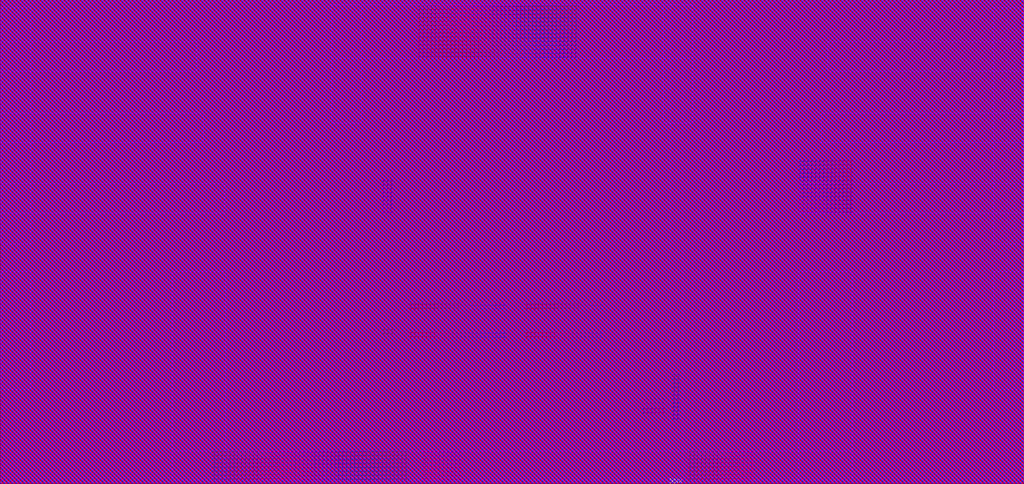
<source format=lef>
VERSION 5.6 ;
BUSBITCHARS "[]" ;
DIVIDERCHAR "/" ;

PROPERTYDEFINITIONS
  MACRO U2DKTabstractName STRING ;
END PROPERTYDEFINITIONS

MACRO vbbgen_PULPV3_weakdriver
  CLASS CORE ;
  ORIGIN 0 -0.403 ;
  FOREIGN vbbgen_PULPV3_weakdriver 0 0.403 ;
  SIZE 86.44 BY 40.899 ;
  SYMMETRY X Y ;
  SITE CoreSite ;
  PIN VDD1V8
    DIRECTION INOUT ;
    USE POWER ;
    PORT
      LAYER B1 ;
        RECT 56.708 5.261 71.919 9.732 ;
        RECT 67.419 0.72 71.919 27.79 ;
        RECT 67.419 0.721 86.39 5.221 ;
    END
  END VDD1V8
  PIN GND
    DIRECTION INOUT ;
    USE GROUND ;
    PORT
      LAYER B1 ;
        RECT 0.054 0.721 4.554 25.79 ;
        RECT 0.054 0.721 40.888 5.221 ;
        RECT 36.388 0.72 40.888 13.816 ;
        RECT 34.527 9.316 42.661 13.816 ;
    END
  END GND
  PIN VDD
    DIRECTION INOUT ;
    USE POWER ;
    PORT
      LAYER B1 ;
        RECT 0.001 29.497 4.501 40.884 ;
        RECT 36.388 14.619 40.888 33.998 ;
        RECT 0.001 29.498 40.889 33.998 ;
        RECT 34.527 14.619 42.661 19.119 ;
    END
  END VDD
  PIN pwell
    DIRECTION INOUT ;
    USE POWER ;
    PORT
      LAYER B1 ;
        RECT 44.181 12.259 48.681 40.884 ;
        RECT 6.476 36.384 48.681 40.884 ;
        RECT 44.181 12.259 50.949 16.196 ;
    END
  END pwell
  PIN selP1
    DIRECTION INPUT ;
    USE SIGNAL ;
    PORT
      LAYER M4 ;
        RECT 57.218 0.403 57.278 0.806 ;
    END
  END selP1
  PIN selP0
    DIRECTION INPUT ;
    USE SIGNAL ;
    PORT
      LAYER M4 ;
        RECT 57.018 0.403 57.078 0.806 ;
    END
  END selP0
  PIN clk
    DIRECTION INPUT ;
    USE SIGNAL ;
    PORT
      LAYER M4 ;
        RECT 57.418 0.403 57.478 0.806 ;
    END
  END clk
  PIN selN0
    DIRECTION INPUT ;
    USE SIGNAL ;
    PORT
      LAYER M4 ;
        RECT 56.618 0.403 56.678 0.806 ;
    END
  END selN0
  PIN selN1
    DIRECTION INPUT ;
    USE SIGNAL ;
    PORT
      LAYER M4 ;
        RECT 56.818 0.403 56.878 0.806 ;
    END
  END selN1
  PIN nwell
    DIRECTION INOUT ;
    USE POWER ;
    PORT
      LAYER B1 ;
        RECT 51.587 6.207 56.087 19.211 ;
        RECT 53.975 12.254 58.475 40.884 ;
        RECT 53.975 36.384 86.386 40.884 ;
    END
  END nwell
  OBS
    LAYER M1 ;
      RECT 0.087 20.696 0.821 40.63 ;
      RECT 0.087 8.41 0.821 18.344 ;
      RECT 0.087 8.41 0.269 20.352 ;
      RECT 0.373 7.758 1.337 7.927 ;
      RECT 1.098 29.586 27.396 40.867 ;
      RECT 1.422 0.72 27.396 41.094 ;
      RECT 27.674 30.902 27.724 40.884 ;
      RECT 27.674 0.811 27.724 20.793 ;
      RECT 27.964 0.811 28.014 20.793 ;
      RECT 27.964 30.902 28.764 40.884 ;
      RECT 28.978 20.903 29.231 40.885 ;
      RECT 29.471 20.903 29.521 40.885 ;
      RECT 29.711 40.642 29.761 41.141 ;
      RECT 27.574 41.091 29.761 41.141 ;
      RECT 27.574 41.075 28.524 41.157 ;
      RECT 29.847 20.72 43.021 41.094 ;
      RECT 28.932 0.72 53.306 11.974 ;
      RECT 53.579 0.834 56.424 0.943 ;
      RECT 53.579 0.834 54.926 0.968 ;
      RECT 53.579 0.834 53.916 5.346 ;
      RECT 43.419 20.72 56.593 41.094 ;
      RECT 56.919 20.903 56.969 40.885 ;
      RECT 57.209 20.903 57.462 40.885 ;
      RECT 57.676 30.902 58.476 40.884 ;
      RECT 58.426 0.811 58.476 20.793 ;
      RECT 58.716 30.902 58.766 40.884 ;
      RECT 58.716 0.811 58.766 20.793 ;
      RECT 56.679 40.642 56.729 41.141 ;
      RECT 56.679 41.091 58.866 41.141 ;
      RECT 57.916 41.075 58.866 41.157 ;
      RECT 59.044 29.586 85.342 40.867 ;
      RECT 59.044 0.72 85.018 41.094 ;
      RECT 85.103 7.758 86.067 7.927 ;
      RECT 85.619 20.696 86.353 40.63 ;
      RECT 85.619 8.41 86.353 18.344 ;
      RECT 86.171 8.41 86.353 20.352 ;
    LAYER M1 SPACING 0.05 ;
      RECT 0 0.403 86.44 41.302 ;
    LAYER V1 ;
      RECT 0 0.403 86.44 41.302 ;
    LAYER M2 ;
      RECT 0.087 20.696 0.821 40.63 ;
      RECT 0.087 8.41 0.821 18.344 ;
      RECT 1.094 40.787 27.396 40.867 ;
      RECT 1.422 0.72 27.396 41.094 ;
      RECT 27.997 30.926 28.731 40.86 ;
      RECT 28.909 30.387 29.019 41.094 ;
      RECT 29.847 20.72 43.021 41.094 ;
      RECT 28.909 40.984 43.021 41.094 ;
      RECT 28.932 0.72 53.306 11.974 ;
      RECT 53.579 0.834 53.916 5.346 ;
      RECT 56.818 0.403 56.878 13.833 ;
      RECT 57.018 0.403 57.078 15.237 ;
      RECT 57.218 0.403 57.278 15.685 ;
      RECT 57.418 0.403 57.478 16.437 ;
      RECT 43.419 20.72 56.593 41.094 ;
      RECT 57.421 30.387 57.531 41.094 ;
      RECT 43.419 40.984 57.531 41.094 ;
      RECT 57.709 30.926 58.443 40.86 ;
      RECT 59.044 40.787 85.346 40.867 ;
      RECT 59.044 0.72 85.018 41.094 ;
      RECT 85.619 20.696 86.353 40.63 ;
      RECT 85.619 8.41 86.353 18.344 ;
    LAYER M2 SPACING 0.05 ;
      RECT 0 0.403 86.44 41.302 ;
    LAYER V2 ;
      RECT 0 0.403 86.44 41.302 ;
    LAYER M3 ;
      RECT 0.087 20.696 0.821 40.63 ;
      RECT 0.087 8.41 0.821 18.344 ;
      RECT 1.422 0.72 27.396 41.094 ;
      RECT 27.997 30.926 28.731 40.86 ;
      RECT 29.847 20.72 43.021 41.094 ;
      RECT 28.932 0.72 53.306 11.974 ;
      RECT 43.419 20.72 56.593 41.094 ;
      RECT 56.823 0.423 56.873 0.787 ;
      RECT 57.023 0.423 57.073 0.787 ;
      RECT 57.223 0.423 57.273 0.787 ;
      RECT 57.423 0.423 57.473 0.787 ;
      RECT 57.709 30.926 58.443 40.86 ;
      RECT 59.044 0.72 85.018 41.094 ;
      RECT 85.619 20.696 86.353 40.63 ;
      RECT 85.619 8.41 86.353 18.344 ;
    LAYER M3 SPACING 0.05 ;
      RECT 0 0.403 86.44 41.302 ;
    LAYER V3 ;
      RECT 0 0.403 86.44 41.302 ;
    LAYER M4 ;
      RECT 0.087 20.696 0.821 40.63 ;
      RECT 0.087 8.41 0.821 18.344 ;
      RECT 1.422 0.72 27.396 41.094 ;
      RECT 27.997 30.926 28.731 40.86 ;
      RECT 29.847 20.72 43.021 41.094 ;
      RECT 28.932 0.72 53.306 11.974 ;
      RECT 53.579 0.834 53.916 13.833 ;
      RECT 54.485 0.834 56.526 0.894 ;
      RECT 54.485 0.834 54.545 1.185 ;
      RECT 43.419 20.72 56.593 41.094 ;
      RECT 57.709 30.926 58.443 40.86 ;
      RECT 57.709 0.909 58.443 20.843 ;
      RECT 59.044 0.72 85.018 41.094 ;
      RECT 85.619 20.696 86.353 40.63 ;
      RECT 85.619 8.41 86.353 18.344 ;
    LAYER M4 SPACING 0.05 ;
      RECT 0 0.403 56.526 41.302 ;
      RECT 57.57 0.403 86.44 41.302 ;
      RECT 0 0.898 86.44 41.302 ;
    LAYER M5 ;
      RECT 0.087 20.696 0.821 40.63 ;
      RECT 0.087 8.41 0.821 18.344 ;
      RECT 1.422 0.72 27.396 41.094 ;
      RECT 27.997 30.926 28.731 40.86 ;
      RECT 29.847 20.72 43.021 41.094 ;
      RECT 28.932 0.72 53.306 11.974 ;
      RECT 43.419 20.72 56.593 41.094 ;
      RECT 57.709 30.926 58.443 40.86 ;
      RECT 57.709 0.909 58.443 20.843 ;
      RECT 59.044 0.72 85.018 41.094 ;
      RECT 85.619 20.696 86.353 40.63 ;
      RECT 85.619 8.41 86.353 18.344 ;
    LAYER M5 SPACING 0.05 ;
      RECT 0 0.403 56.511 41.302 ;
      RECT 57.585 0.403 86.44 41.302 ;
      RECT 0 0.913 86.44 41.302 ;
    LAYER M6 ;
      RECT 0.054 8.386 2.554 18.368 ;
      RECT 0.054 23.29 18.939 25.79 ;
      RECT 0.054 29.249 17.151 31.749 ;
      RECT 0.054 35.272 16.586 37.772 ;
      RECT 0.054 20.671 2.554 40.654 ;
      RECT 27.964 30.902 30.464 40.884 ;
      RECT 55.976 30.902 58.476 40.884 ;
      RECT 27.964 36.384 58.476 40.884 ;
      RECT 14.521 0.72 71.919 3.22 ;
      RECT 14.521 0.72 19.021 18.368 ;
      RECT 67.419 0.72 71.919 18.368 ;
      RECT 67.501 23.29 86.386 25.79 ;
      RECT 69.289 29.249 86.386 31.749 ;
      RECT 69.854 35.272 86.386 37.772 ;
      RECT 83.886 20.671 86.386 40.654 ;
      RECT 83.886 8.386 86.386 18.368 ;
    LAYER M6 SPACING 0.05 ;
      RECT 0 0.403 86.44 41.302 ;
    LAYER V4 ;
      RECT 0 0.403 86.44 41.302 ;
    LAYER V5 ;
      RECT 0 0.403 86.44 41.302 ;
    LAYER W0 ;
      RECT 17.986 3.075 18.086 3.175 ;
      RECT 17.986 2.745 18.086 2.845 ;
      RECT 17.986 2.415 18.086 2.515 ;
      RECT 17.986 2.085 18.086 2.185 ;
      RECT 17.986 1.755 18.086 1.855 ;
      RECT 17.986 1.425 18.086 1.525 ;
      RECT 17.986 1.095 18.086 1.195 ;
      RECT 17.986 0.765 18.086 0.865 ;
      RECT 18.316 3.075 18.416 3.175 ;
      RECT 18.316 2.745 18.416 2.845 ;
      RECT 18.316 2.415 18.416 2.515 ;
      RECT 18.316 2.085 18.416 2.185 ;
      RECT 18.316 1.755 18.416 1.855 ;
      RECT 18.316 1.425 18.416 1.525 ;
      RECT 18.316 1.095 18.416 1.195 ;
      RECT 18.316 0.765 18.416 0.865 ;
      RECT 18.646 3.075 18.746 3.175 ;
      RECT 18.646 2.745 18.746 2.845 ;
      RECT 18.646 2.415 18.746 2.515 ;
      RECT 18.646 2.085 18.746 2.185 ;
      RECT 18.646 1.755 18.746 1.855 ;
      RECT 18.646 1.425 18.746 1.525 ;
      RECT 18.646 1.095 18.746 1.195 ;
      RECT 18.646 0.765 18.746 0.865 ;
      RECT 18.976 3.075 19.076 3.175 ;
      RECT 18.976 2.745 19.076 2.845 ;
      RECT 18.976 2.415 19.076 2.515 ;
      RECT 18.976 2.085 19.076 2.185 ;
      RECT 18.976 1.755 19.076 1.855 ;
      RECT 18.976 1.425 19.076 1.525 ;
      RECT 18.976 1.095 19.076 1.195 ;
      RECT 18.976 0.765 19.076 0.865 ;
      RECT 19.306 3.075 19.406 3.175 ;
      RECT 19.306 2.745 19.406 2.845 ;
      RECT 19.306 2.415 19.406 2.515 ;
      RECT 19.306 2.085 19.406 2.185 ;
      RECT 19.306 1.755 19.406 1.855 ;
      RECT 19.306 1.425 19.406 1.525 ;
      RECT 19.306 1.095 19.406 1.195 ;
      RECT 19.306 0.765 19.406 0.865 ;
      RECT 19.636 3.075 19.736 3.175 ;
      RECT 19.636 2.745 19.736 2.845 ;
      RECT 19.636 2.415 19.736 2.515 ;
      RECT 19.636 2.085 19.736 2.185 ;
      RECT 19.636 1.755 19.736 1.855 ;
      RECT 19.636 1.425 19.736 1.525 ;
      RECT 19.636 1.095 19.736 1.195 ;
      RECT 19.636 0.765 19.736 0.865 ;
      RECT 19.966 3.075 20.066 3.175 ;
      RECT 19.966 2.745 20.066 2.845 ;
      RECT 19.966 2.415 20.066 2.515 ;
      RECT 19.966 2.085 20.066 2.185 ;
      RECT 19.966 1.755 20.066 1.855 ;
      RECT 19.966 1.425 20.066 1.525 ;
      RECT 19.966 1.095 20.066 1.195 ;
      RECT 19.966 0.765 20.066 0.865 ;
      RECT 20.296 3.075 20.396 3.175 ;
      RECT 20.296 2.745 20.396 2.845 ;
      RECT 20.296 2.415 20.396 2.515 ;
      RECT 20.296 2.085 20.396 2.185 ;
      RECT 20.296 1.755 20.396 1.855 ;
      RECT 20.296 1.425 20.396 1.525 ;
      RECT 20.296 1.095 20.396 1.195 ;
      RECT 20.296 0.765 20.396 0.865 ;
      RECT 20.626 3.075 20.726 3.175 ;
      RECT 20.626 2.745 20.726 2.845 ;
      RECT 20.626 2.415 20.726 2.515 ;
      RECT 20.626 2.085 20.726 2.185 ;
      RECT 20.626 1.755 20.726 1.855 ;
      RECT 20.626 1.425 20.726 1.525 ;
      RECT 20.626 1.095 20.726 1.195 ;
      RECT 20.626 0.765 20.726 0.865 ;
      RECT 20.956 3.075 21.056 3.175 ;
      RECT 20.956 2.745 21.056 2.845 ;
      RECT 20.956 2.415 21.056 2.515 ;
      RECT 20.956 2.085 21.056 2.185 ;
      RECT 20.956 1.755 21.056 1.855 ;
      RECT 20.956 1.425 21.056 1.525 ;
      RECT 20.956 1.095 21.056 1.195 ;
      RECT 20.956 0.765 21.056 0.865 ;
      RECT 21.286 3.075 21.386 3.175 ;
      RECT 21.286 2.745 21.386 2.845 ;
      RECT 21.286 2.415 21.386 2.515 ;
      RECT 21.286 2.085 21.386 2.185 ;
      RECT 21.286 1.755 21.386 1.855 ;
      RECT 21.286 1.425 21.386 1.525 ;
      RECT 21.286 1.095 21.386 1.195 ;
      RECT 21.286 0.765 21.386 0.865 ;
      RECT 21.616 3.075 21.716 3.175 ;
      RECT 21.616 2.745 21.716 2.845 ;
      RECT 21.616 2.415 21.716 2.515 ;
      RECT 21.616 2.085 21.716 2.185 ;
      RECT 21.616 1.755 21.716 1.855 ;
      RECT 21.616 1.425 21.716 1.525 ;
      RECT 21.616 1.095 21.716 1.195 ;
      RECT 21.616 0.765 21.716 0.865 ;
      RECT 21.946 3.075 22.046 3.175 ;
      RECT 21.946 2.745 22.046 2.845 ;
      RECT 21.946 2.415 22.046 2.515 ;
      RECT 21.946 2.085 22.046 2.185 ;
      RECT 21.946 1.755 22.046 1.855 ;
      RECT 21.946 1.425 22.046 1.525 ;
      RECT 21.946 1.095 22.046 1.195 ;
      RECT 21.946 0.765 22.046 0.865 ;
      RECT 22.276 3.075 22.376 3.175 ;
      RECT 22.276 2.745 22.376 2.845 ;
      RECT 22.276 2.415 22.376 2.515 ;
      RECT 22.276 2.085 22.376 2.185 ;
      RECT 22.276 1.755 22.376 1.855 ;
      RECT 22.276 1.425 22.376 1.525 ;
      RECT 22.276 1.095 22.376 1.195 ;
      RECT 22.276 0.765 22.376 0.865 ;
      RECT 22.606 3.075 22.706 3.175 ;
      RECT 22.606 2.745 22.706 2.845 ;
      RECT 22.606 2.415 22.706 2.515 ;
      RECT 22.606 2.085 22.706 2.185 ;
      RECT 22.606 1.755 22.706 1.855 ;
      RECT 22.606 1.425 22.706 1.525 ;
      RECT 22.606 1.095 22.706 1.195 ;
      RECT 22.606 0.765 22.706 0.865 ;
      RECT 22.936 3.075 23.036 3.175 ;
      RECT 22.936 2.745 23.036 2.845 ;
      RECT 22.936 2.415 23.036 2.515 ;
      RECT 22.936 2.085 23.036 2.185 ;
      RECT 22.936 1.755 23.036 1.855 ;
      RECT 22.936 1.425 23.036 1.525 ;
      RECT 22.936 1.095 23.036 1.195 ;
      RECT 22.936 0.765 23.036 0.865 ;
      RECT 23.266 3.075 23.366 3.175 ;
      RECT 23.266 2.745 23.366 2.845 ;
      RECT 23.266 2.415 23.366 2.515 ;
      RECT 23.266 2.085 23.366 2.185 ;
      RECT 23.266 1.755 23.366 1.855 ;
      RECT 23.266 1.425 23.366 1.525 ;
      RECT 23.266 1.095 23.366 1.195 ;
      RECT 23.266 0.765 23.366 0.865 ;
      RECT 23.596 3.075 23.696 3.175 ;
      RECT 23.596 2.745 23.696 2.845 ;
      RECT 23.596 2.415 23.696 2.515 ;
      RECT 23.596 2.085 23.696 2.185 ;
      RECT 23.596 1.755 23.696 1.855 ;
      RECT 23.596 1.425 23.696 1.525 ;
      RECT 23.596 1.095 23.696 1.195 ;
      RECT 23.596 0.765 23.696 0.865 ;
      RECT 23.926 3.075 24.026 3.175 ;
      RECT 23.926 2.745 24.026 2.845 ;
      RECT 23.926 2.415 24.026 2.515 ;
      RECT 23.926 2.085 24.026 2.185 ;
      RECT 23.926 1.755 24.026 1.855 ;
      RECT 23.926 1.425 24.026 1.525 ;
      RECT 23.926 1.095 24.026 1.195 ;
      RECT 23.926 0.765 24.026 0.865 ;
      RECT 24.256 3.075 24.356 3.175 ;
      RECT 24.256 2.745 24.356 2.845 ;
      RECT 24.256 2.415 24.356 2.515 ;
      RECT 24.256 2.085 24.356 2.185 ;
      RECT 24.256 1.755 24.356 1.855 ;
      RECT 24.256 1.425 24.356 1.525 ;
      RECT 24.256 1.095 24.356 1.195 ;
      RECT 24.256 0.765 24.356 0.865 ;
      RECT 24.586 3.075 24.686 3.175 ;
      RECT 24.586 2.745 24.686 2.845 ;
      RECT 24.586 2.415 24.686 2.515 ;
      RECT 24.586 2.085 24.686 2.185 ;
      RECT 24.586 1.755 24.686 1.855 ;
      RECT 24.586 1.425 24.686 1.525 ;
      RECT 24.586 1.095 24.686 1.195 ;
      RECT 24.586 0.765 24.686 0.865 ;
      RECT 24.916 3.075 25.016 3.175 ;
      RECT 24.916 2.745 25.016 2.845 ;
      RECT 24.916 2.415 25.016 2.515 ;
      RECT 24.916 2.085 25.016 2.185 ;
      RECT 24.916 1.755 25.016 1.855 ;
      RECT 24.916 1.425 25.016 1.525 ;
      RECT 24.916 1.095 25.016 1.195 ;
      RECT 24.916 0.765 25.016 0.865 ;
      RECT 25.246 3.075 25.346 3.175 ;
      RECT 25.246 2.745 25.346 2.845 ;
      RECT 25.246 2.415 25.346 2.515 ;
      RECT 25.246 2.085 25.346 2.185 ;
      RECT 25.246 1.755 25.346 1.855 ;
      RECT 25.246 1.425 25.346 1.525 ;
      RECT 25.246 1.095 25.346 1.195 ;
      RECT 25.246 0.765 25.346 0.865 ;
      RECT 25.576 3.075 25.676 3.175 ;
      RECT 25.576 2.745 25.676 2.845 ;
      RECT 25.576 2.415 25.676 2.515 ;
      RECT 25.576 2.085 25.676 2.185 ;
      RECT 25.576 1.755 25.676 1.855 ;
      RECT 25.576 1.425 25.676 1.525 ;
      RECT 25.576 1.095 25.676 1.195 ;
      RECT 25.576 0.765 25.676 0.865 ;
      RECT 25.906 3.075 26.006 3.175 ;
      RECT 25.906 2.745 26.006 2.845 ;
      RECT 25.906 2.415 26.006 2.515 ;
      RECT 25.906 2.085 26.006 2.185 ;
      RECT 25.906 1.755 26.006 1.855 ;
      RECT 25.906 1.425 26.006 1.525 ;
      RECT 25.906 1.095 26.006 1.195 ;
      RECT 25.906 0.765 26.006 0.865 ;
      RECT 26.236 3.075 26.336 3.175 ;
      RECT 26.236 2.745 26.336 2.845 ;
      RECT 26.236 2.415 26.336 2.515 ;
      RECT 26.236 2.085 26.336 2.185 ;
      RECT 26.236 1.755 26.336 1.855 ;
      RECT 26.236 1.425 26.336 1.525 ;
      RECT 26.236 1.095 26.336 1.195 ;
      RECT 26.236 0.765 26.336 0.865 ;
      RECT 26.566 3.075 26.666 3.175 ;
      RECT 26.566 2.745 26.666 2.845 ;
      RECT 26.566 2.415 26.666 2.515 ;
      RECT 26.566 2.085 26.666 2.185 ;
      RECT 26.566 1.755 26.666 1.855 ;
      RECT 26.566 1.425 26.666 1.525 ;
      RECT 26.566 1.095 26.666 1.195 ;
      RECT 26.566 0.765 26.666 0.865 ;
      RECT 26.896 3.075 26.996 3.175 ;
      RECT 26.896 2.745 26.996 2.845 ;
      RECT 26.896 2.415 26.996 2.515 ;
      RECT 26.896 2.085 26.996 2.185 ;
      RECT 26.896 1.755 26.996 1.855 ;
      RECT 26.896 1.425 26.996 1.525 ;
      RECT 26.896 1.095 26.996 1.195 ;
      RECT 26.896 0.765 26.996 0.865 ;
      RECT 27.226 3.075 27.326 3.175 ;
      RECT 27.226 2.745 27.326 2.845 ;
      RECT 27.226 2.415 27.326 2.515 ;
      RECT 27.226 2.085 27.326 2.185 ;
      RECT 27.226 1.755 27.326 1.855 ;
      RECT 27.226 1.425 27.326 1.525 ;
      RECT 27.226 1.095 27.326 1.195 ;
      RECT 27.226 0.765 27.326 0.865 ;
      RECT 27.556 3.075 27.656 3.175 ;
      RECT 27.556 2.745 27.656 2.845 ;
      RECT 27.556 2.415 27.656 2.515 ;
      RECT 27.556 2.085 27.656 2.185 ;
      RECT 27.556 1.755 27.656 1.855 ;
      RECT 27.556 1.425 27.656 1.525 ;
      RECT 27.556 1.095 27.656 1.195 ;
      RECT 27.556 0.765 27.656 0.865 ;
      RECT 27.886 3.075 27.986 3.175 ;
      RECT 27.886 2.745 27.986 2.845 ;
      RECT 27.886 2.415 27.986 2.515 ;
      RECT 27.886 2.085 27.986 2.185 ;
      RECT 27.886 1.755 27.986 1.855 ;
      RECT 27.886 1.425 27.986 1.525 ;
      RECT 27.886 1.095 27.986 1.195 ;
      RECT 27.886 0.765 27.986 0.865 ;
      RECT 28.216 3.075 28.316 3.175 ;
      RECT 28.216 2.745 28.316 2.845 ;
      RECT 28.216 2.415 28.316 2.515 ;
      RECT 28.216 2.085 28.316 2.185 ;
      RECT 28.216 1.755 28.316 1.855 ;
      RECT 28.216 1.425 28.316 1.525 ;
      RECT 28.216 1.095 28.316 1.195 ;
      RECT 28.216 0.765 28.316 0.865 ;
      RECT 28.546 3.075 28.646 3.175 ;
      RECT 28.546 2.745 28.646 2.845 ;
      RECT 28.546 2.415 28.646 2.515 ;
      RECT 28.546 2.085 28.646 2.185 ;
      RECT 28.546 1.755 28.646 1.855 ;
      RECT 28.546 1.425 28.646 1.525 ;
      RECT 28.546 1.095 28.646 1.195 ;
      RECT 28.546 0.765 28.646 0.865 ;
      RECT 28.876 3.075 28.976 3.175 ;
      RECT 28.876 2.745 28.976 2.845 ;
      RECT 28.876 2.415 28.976 2.515 ;
      RECT 28.876 2.085 28.976 2.185 ;
      RECT 28.876 1.755 28.976 1.855 ;
      RECT 28.876 1.425 28.976 1.525 ;
      RECT 28.876 1.095 28.976 1.195 ;
      RECT 28.876 0.765 28.976 0.865 ;
      RECT 29.206 3.075 29.306 3.175 ;
      RECT 29.206 2.745 29.306 2.845 ;
      RECT 29.206 2.415 29.306 2.515 ;
      RECT 29.206 2.085 29.306 2.185 ;
      RECT 29.206 1.755 29.306 1.855 ;
      RECT 29.206 1.425 29.306 1.525 ;
      RECT 29.206 1.095 29.306 1.195 ;
      RECT 29.206 0.765 29.306 0.865 ;
      RECT 29.536 3.075 29.636 3.175 ;
      RECT 29.536 2.745 29.636 2.845 ;
      RECT 29.536 2.415 29.636 2.515 ;
      RECT 29.536 2.085 29.636 2.185 ;
      RECT 29.536 1.755 29.636 1.855 ;
      RECT 29.536 1.425 29.636 1.525 ;
      RECT 29.536 1.095 29.636 1.195 ;
      RECT 29.536 0.765 29.636 0.865 ;
      RECT 29.866 3.075 29.966 3.175 ;
      RECT 29.866 2.745 29.966 2.845 ;
      RECT 29.866 2.415 29.966 2.515 ;
      RECT 29.866 2.085 29.966 2.185 ;
      RECT 29.866 1.755 29.966 1.855 ;
      RECT 29.866 1.425 29.966 1.525 ;
      RECT 29.866 1.095 29.966 1.195 ;
      RECT 29.866 0.765 29.966 0.865 ;
      RECT 30.196 3.075 30.296 3.175 ;
      RECT 30.196 2.745 30.296 2.845 ;
      RECT 30.196 2.415 30.296 2.515 ;
      RECT 30.196 2.085 30.296 2.185 ;
      RECT 30.196 1.755 30.296 1.855 ;
      RECT 30.196 1.425 30.296 1.525 ;
      RECT 30.196 1.095 30.296 1.195 ;
      RECT 30.196 0.765 30.296 0.865 ;
      RECT 30.526 3.075 30.626 3.175 ;
      RECT 30.526 2.745 30.626 2.845 ;
      RECT 30.526 2.415 30.626 2.515 ;
      RECT 30.526 2.085 30.626 2.185 ;
      RECT 30.526 1.755 30.626 1.855 ;
      RECT 30.526 1.425 30.626 1.525 ;
      RECT 30.526 1.095 30.626 1.195 ;
      RECT 30.526 0.765 30.626 0.865 ;
      RECT 30.856 3.075 30.956 3.175 ;
      RECT 30.856 2.745 30.956 2.845 ;
      RECT 30.856 2.415 30.956 2.515 ;
      RECT 30.856 2.085 30.956 2.185 ;
      RECT 30.856 1.755 30.956 1.855 ;
      RECT 30.856 1.425 30.956 1.525 ;
      RECT 30.856 1.095 30.956 1.195 ;
      RECT 30.856 0.765 30.956 0.865 ;
      RECT 31.186 3.075 31.286 3.175 ;
      RECT 31.186 2.745 31.286 2.845 ;
      RECT 31.186 2.415 31.286 2.515 ;
      RECT 31.186 2.085 31.286 2.185 ;
      RECT 31.186 1.755 31.286 1.855 ;
      RECT 31.186 1.425 31.286 1.525 ;
      RECT 31.186 1.095 31.286 1.195 ;
      RECT 31.186 0.765 31.286 0.865 ;
      RECT 31.516 3.075 31.616 3.175 ;
      RECT 31.516 2.745 31.616 2.845 ;
      RECT 31.516 2.415 31.616 2.515 ;
      RECT 31.516 2.085 31.616 2.185 ;
      RECT 31.516 1.755 31.616 1.855 ;
      RECT 31.516 1.425 31.616 1.525 ;
      RECT 31.516 1.095 31.616 1.195 ;
      RECT 31.516 0.765 31.616 0.865 ;
      RECT 31.846 3.075 31.946 3.175 ;
      RECT 31.846 2.745 31.946 2.845 ;
      RECT 31.846 2.415 31.946 2.515 ;
      RECT 31.846 2.085 31.946 2.185 ;
      RECT 31.846 1.755 31.946 1.855 ;
      RECT 31.846 1.425 31.946 1.525 ;
      RECT 31.846 1.095 31.946 1.195 ;
      RECT 31.846 0.765 31.946 0.865 ;
      RECT 32.176 3.075 32.276 3.175 ;
      RECT 32.176 2.745 32.276 2.845 ;
      RECT 32.176 2.415 32.276 2.515 ;
      RECT 32.176 2.085 32.276 2.185 ;
      RECT 32.176 1.755 32.276 1.855 ;
      RECT 32.176 1.425 32.276 1.525 ;
      RECT 32.176 1.095 32.276 1.195 ;
      RECT 32.176 0.765 32.276 0.865 ;
      RECT 32.324 25.968 32.424 26.068 ;
      RECT 32.324 25.638 32.424 25.738 ;
      RECT 32.324 25.308 32.424 25.408 ;
      RECT 32.324 24.978 32.424 25.078 ;
      RECT 32.324 24.648 32.424 24.748 ;
      RECT 32.324 24.318 32.424 24.418 ;
      RECT 32.324 23.988 32.424 24.088 ;
      RECT 32.324 23.658 32.424 23.758 ;
      RECT 32.324 23.328 32.424 23.428 ;
      RECT 32.324 13.35 32.424 13.45 ;
      RECT 32.324 13.02 32.424 13.12 ;
      RECT 32.506 3.075 32.606 3.175 ;
      RECT 32.506 2.745 32.606 2.845 ;
      RECT 32.506 2.415 32.606 2.515 ;
      RECT 32.506 2.085 32.606 2.185 ;
      RECT 32.506 1.755 32.606 1.855 ;
      RECT 32.506 1.425 32.606 1.525 ;
      RECT 32.506 1.095 32.606 1.195 ;
      RECT 32.506 0.765 32.606 0.865 ;
      RECT 32.654 25.968 32.754 26.068 ;
      RECT 32.654 25.638 32.754 25.738 ;
      RECT 32.654 25.308 32.754 25.408 ;
      RECT 32.654 24.978 32.754 25.078 ;
      RECT 32.654 24.648 32.754 24.748 ;
      RECT 32.654 24.318 32.754 24.418 ;
      RECT 32.654 23.988 32.754 24.088 ;
      RECT 32.654 23.658 32.754 23.758 ;
      RECT 32.654 23.328 32.754 23.428 ;
      RECT 32.654 13.35 32.754 13.45 ;
      RECT 32.654 13.02 32.754 13.12 ;
      RECT 32.836 3.075 32.936 3.175 ;
      RECT 32.836 2.745 32.936 2.845 ;
      RECT 32.836 2.415 32.936 2.515 ;
      RECT 32.836 2.085 32.936 2.185 ;
      RECT 32.836 1.755 32.936 1.855 ;
      RECT 32.836 1.425 32.936 1.525 ;
      RECT 32.836 1.095 32.936 1.195 ;
      RECT 32.836 0.765 32.936 0.865 ;
      RECT 32.984 25.968 33.084 26.068 ;
      RECT 32.984 25.638 33.084 25.738 ;
      RECT 32.984 25.308 33.084 25.408 ;
      RECT 32.984 24.978 33.084 25.078 ;
      RECT 32.984 24.648 33.084 24.748 ;
      RECT 32.984 24.318 33.084 24.418 ;
      RECT 32.984 23.988 33.084 24.088 ;
      RECT 32.984 23.658 33.084 23.758 ;
      RECT 32.984 23.328 33.084 23.428 ;
      RECT 32.984 13.35 33.084 13.45 ;
      RECT 32.984 13.02 33.084 13.12 ;
      RECT 33.166 3.075 33.266 3.175 ;
      RECT 33.166 2.745 33.266 2.845 ;
      RECT 33.166 2.415 33.266 2.515 ;
      RECT 33.166 2.085 33.266 2.185 ;
      RECT 33.166 1.755 33.266 1.855 ;
      RECT 33.166 1.425 33.266 1.525 ;
      RECT 33.166 1.095 33.266 1.195 ;
      RECT 33.166 0.765 33.266 0.865 ;
      RECT 33.496 3.075 33.596 3.175 ;
      RECT 33.496 2.745 33.596 2.845 ;
      RECT 33.496 2.415 33.596 2.515 ;
      RECT 33.496 2.085 33.596 2.185 ;
      RECT 33.496 1.755 33.596 1.855 ;
      RECT 33.496 1.425 33.596 1.525 ;
      RECT 33.496 1.095 33.596 1.195 ;
      RECT 33.496 0.765 33.596 0.865 ;
      RECT 33.826 3.075 33.926 3.175 ;
      RECT 33.826 2.745 33.926 2.845 ;
      RECT 33.826 2.415 33.926 2.515 ;
      RECT 33.826 2.085 33.926 2.185 ;
      RECT 33.826 1.755 33.926 1.855 ;
      RECT 33.826 1.425 33.926 1.525 ;
      RECT 33.826 1.095 33.926 1.195 ;
      RECT 33.826 0.765 33.926 0.865 ;
      RECT 34.156 3.075 34.256 3.175 ;
      RECT 34.156 2.745 34.256 2.845 ;
      RECT 34.156 2.415 34.256 2.515 ;
      RECT 34.156 2.085 34.256 2.185 ;
      RECT 34.156 1.755 34.256 1.855 ;
      RECT 34.156 1.425 34.256 1.525 ;
      RECT 34.156 1.095 34.256 1.195 ;
      RECT 34.156 0.765 34.256 0.865 ;
      RECT 34.583 15.51 34.683 15.61 ;
      RECT 34.583 15.18 34.683 15.28 ;
      RECT 34.583 13.12 34.683 13.22 ;
      RECT 34.583 12.79 34.683 12.89 ;
      RECT 34.913 15.51 35.013 15.61 ;
      RECT 34.913 15.18 35.013 15.28 ;
      RECT 34.913 13.12 35.013 13.22 ;
      RECT 34.913 12.79 35.013 12.89 ;
      RECT 35.243 15.51 35.343 15.61 ;
      RECT 35.243 15.18 35.343 15.28 ;
      RECT 35.243 13.12 35.343 13.22 ;
      RECT 35.243 12.79 35.343 12.89 ;
      RECT 35.322 40.729 35.422 40.829 ;
      RECT 35.322 40.399 35.422 40.499 ;
      RECT 35.322 40.069 35.422 40.169 ;
      RECT 35.322 39.739 35.422 39.839 ;
      RECT 35.322 39.409 35.422 39.509 ;
      RECT 35.322 39.079 35.422 39.179 ;
      RECT 35.322 38.749 35.422 38.849 ;
      RECT 35.322 38.419 35.422 38.519 ;
      RECT 35.322 38.089 35.422 38.189 ;
      RECT 35.322 37.759 35.422 37.859 ;
      RECT 35.322 37.429 35.422 37.529 ;
      RECT 35.322 37.099 35.422 37.199 ;
      RECT 35.322 36.769 35.422 36.869 ;
      RECT 35.322 36.439 35.422 36.539 ;
      RECT 35.573 15.51 35.673 15.61 ;
      RECT 35.573 15.18 35.673 15.28 ;
      RECT 35.573 13.12 35.673 13.22 ;
      RECT 35.573 12.79 35.673 12.89 ;
      RECT 35.652 40.729 35.752 40.829 ;
      RECT 35.652 40.399 35.752 40.499 ;
      RECT 35.652 40.069 35.752 40.169 ;
      RECT 35.652 39.739 35.752 39.839 ;
      RECT 35.652 39.409 35.752 39.509 ;
      RECT 35.652 39.079 35.752 39.179 ;
      RECT 35.652 38.749 35.752 38.849 ;
      RECT 35.652 38.419 35.752 38.519 ;
      RECT 35.652 38.089 35.752 38.189 ;
      RECT 35.652 37.759 35.752 37.859 ;
      RECT 35.652 37.429 35.752 37.529 ;
      RECT 35.652 37.099 35.752 37.199 ;
      RECT 35.652 36.769 35.752 36.869 ;
      RECT 35.652 36.439 35.752 36.539 ;
      RECT 35.757 3.075 35.857 3.175 ;
      RECT 35.757 2.745 35.857 2.845 ;
      RECT 35.757 2.415 35.857 2.515 ;
      RECT 35.757 2.085 35.857 2.185 ;
      RECT 35.757 1.755 35.857 1.855 ;
      RECT 35.757 1.425 35.857 1.525 ;
      RECT 35.757 1.095 35.857 1.195 ;
      RECT 35.757 0.765 35.857 0.865 ;
      RECT 35.903 15.51 36.003 15.61 ;
      RECT 35.903 15.18 36.003 15.28 ;
      RECT 35.903 13.12 36.003 13.22 ;
      RECT 35.903 12.79 36.003 12.89 ;
      RECT 35.982 40.729 36.082 40.829 ;
      RECT 35.982 40.399 36.082 40.499 ;
      RECT 35.982 40.069 36.082 40.169 ;
      RECT 35.982 39.739 36.082 39.839 ;
      RECT 35.982 39.409 36.082 39.509 ;
      RECT 35.982 39.079 36.082 39.179 ;
      RECT 35.982 38.749 36.082 38.849 ;
      RECT 35.982 38.419 36.082 38.519 ;
      RECT 35.982 38.089 36.082 38.189 ;
      RECT 35.982 37.759 36.082 37.859 ;
      RECT 35.982 37.429 36.082 37.529 ;
      RECT 35.982 37.099 36.082 37.199 ;
      RECT 35.982 36.769 36.082 36.869 ;
      RECT 35.982 36.439 36.082 36.539 ;
      RECT 36.087 3.075 36.187 3.175 ;
      RECT 36.087 2.745 36.187 2.845 ;
      RECT 36.087 2.415 36.187 2.515 ;
      RECT 36.087 2.085 36.187 2.185 ;
      RECT 36.087 1.755 36.187 1.855 ;
      RECT 36.087 1.425 36.187 1.525 ;
      RECT 36.087 1.095 36.187 1.195 ;
      RECT 36.087 0.765 36.187 0.865 ;
      RECT 36.233 15.51 36.333 15.61 ;
      RECT 36.233 15.18 36.333 15.28 ;
      RECT 36.233 13.12 36.333 13.22 ;
      RECT 36.233 12.79 36.333 12.89 ;
      RECT 36.312 40.729 36.412 40.829 ;
      RECT 36.312 40.399 36.412 40.499 ;
      RECT 36.312 40.069 36.412 40.169 ;
      RECT 36.312 39.739 36.412 39.839 ;
      RECT 36.312 39.409 36.412 39.509 ;
      RECT 36.312 39.079 36.412 39.179 ;
      RECT 36.312 38.749 36.412 38.849 ;
      RECT 36.312 38.419 36.412 38.519 ;
      RECT 36.312 38.089 36.412 38.189 ;
      RECT 36.312 37.759 36.412 37.859 ;
      RECT 36.312 37.429 36.412 37.529 ;
      RECT 36.312 37.099 36.412 37.199 ;
      RECT 36.312 36.769 36.412 36.869 ;
      RECT 36.312 36.439 36.412 36.539 ;
      RECT 36.417 3.075 36.517 3.175 ;
      RECT 36.417 2.745 36.517 2.845 ;
      RECT 36.417 2.415 36.517 2.515 ;
      RECT 36.417 2.085 36.517 2.185 ;
      RECT 36.417 1.755 36.517 1.855 ;
      RECT 36.417 1.425 36.517 1.525 ;
      RECT 36.417 1.095 36.517 1.195 ;
      RECT 36.417 0.765 36.517 0.865 ;
      RECT 36.563 15.51 36.663 15.61 ;
      RECT 36.563 15.18 36.663 15.28 ;
      RECT 36.563 13.12 36.663 13.22 ;
      RECT 36.563 12.79 36.663 12.89 ;
      RECT 36.642 40.729 36.742 40.829 ;
      RECT 36.642 40.399 36.742 40.499 ;
      RECT 36.642 40.069 36.742 40.169 ;
      RECT 36.642 39.739 36.742 39.839 ;
      RECT 36.642 39.409 36.742 39.509 ;
      RECT 36.642 39.079 36.742 39.179 ;
      RECT 36.642 38.749 36.742 38.849 ;
      RECT 36.642 38.419 36.742 38.519 ;
      RECT 36.642 38.089 36.742 38.189 ;
      RECT 36.642 37.759 36.742 37.859 ;
      RECT 36.642 37.429 36.742 37.529 ;
      RECT 36.642 37.099 36.742 37.199 ;
      RECT 36.642 36.769 36.742 36.869 ;
      RECT 36.642 36.439 36.742 36.539 ;
      RECT 36.747 3.075 36.847 3.175 ;
      RECT 36.747 2.745 36.847 2.845 ;
      RECT 36.747 2.415 36.847 2.515 ;
      RECT 36.747 2.085 36.847 2.185 ;
      RECT 36.747 1.755 36.847 1.855 ;
      RECT 36.747 1.425 36.847 1.525 ;
      RECT 36.747 1.095 36.847 1.195 ;
      RECT 36.747 0.765 36.847 0.865 ;
      RECT 36.893 15.51 36.993 15.61 ;
      RECT 36.893 15.18 36.993 15.28 ;
      RECT 36.893 13.12 36.993 13.22 ;
      RECT 36.893 12.79 36.993 12.89 ;
      RECT 36.972 40.729 37.072 40.829 ;
      RECT 36.972 40.399 37.072 40.499 ;
      RECT 36.972 40.069 37.072 40.169 ;
      RECT 36.972 39.739 37.072 39.839 ;
      RECT 36.972 39.409 37.072 39.509 ;
      RECT 36.972 39.079 37.072 39.179 ;
      RECT 36.972 38.749 37.072 38.849 ;
      RECT 36.972 38.419 37.072 38.519 ;
      RECT 36.972 38.089 37.072 38.189 ;
      RECT 36.972 37.759 37.072 37.859 ;
      RECT 36.972 37.429 37.072 37.529 ;
      RECT 36.972 37.099 37.072 37.199 ;
      RECT 36.972 36.769 37.072 36.869 ;
      RECT 36.972 36.439 37.072 36.539 ;
      RECT 37.077 3.075 37.177 3.175 ;
      RECT 37.077 2.745 37.177 2.845 ;
      RECT 37.077 2.415 37.177 2.515 ;
      RECT 37.077 2.085 37.177 2.185 ;
      RECT 37.077 1.755 37.177 1.855 ;
      RECT 37.077 1.425 37.177 1.525 ;
      RECT 37.077 1.095 37.177 1.195 ;
      RECT 37.077 0.765 37.177 0.865 ;
      RECT 37.223 15.51 37.323 15.61 ;
      RECT 37.223 15.18 37.323 15.28 ;
      RECT 37.223 13.12 37.323 13.22 ;
      RECT 37.223 12.79 37.323 12.89 ;
      RECT 37.302 40.729 37.402 40.829 ;
      RECT 37.302 40.399 37.402 40.499 ;
      RECT 37.302 40.069 37.402 40.169 ;
      RECT 37.302 39.739 37.402 39.839 ;
      RECT 37.302 39.409 37.402 39.509 ;
      RECT 37.302 39.079 37.402 39.179 ;
      RECT 37.302 38.749 37.402 38.849 ;
      RECT 37.302 38.419 37.402 38.519 ;
      RECT 37.302 38.089 37.402 38.189 ;
      RECT 37.302 37.759 37.402 37.859 ;
      RECT 37.302 37.429 37.402 37.529 ;
      RECT 37.302 37.099 37.402 37.199 ;
      RECT 37.302 36.769 37.402 36.869 ;
      RECT 37.302 36.439 37.402 36.539 ;
      RECT 37.407 3.075 37.507 3.175 ;
      RECT 37.407 2.745 37.507 2.845 ;
      RECT 37.407 2.415 37.507 2.515 ;
      RECT 37.407 2.085 37.507 2.185 ;
      RECT 37.407 1.755 37.507 1.855 ;
      RECT 37.407 1.425 37.507 1.525 ;
      RECT 37.407 1.095 37.507 1.195 ;
      RECT 37.407 0.765 37.507 0.865 ;
      RECT 37.553 15.51 37.653 15.61 ;
      RECT 37.553 15.18 37.653 15.28 ;
      RECT 37.553 13.12 37.653 13.22 ;
      RECT 37.553 12.79 37.653 12.89 ;
      RECT 37.632 40.729 37.732 40.829 ;
      RECT 37.632 40.399 37.732 40.499 ;
      RECT 37.632 40.069 37.732 40.169 ;
      RECT 37.632 39.739 37.732 39.839 ;
      RECT 37.632 39.409 37.732 39.509 ;
      RECT 37.632 39.079 37.732 39.179 ;
      RECT 37.632 38.749 37.732 38.849 ;
      RECT 37.632 38.419 37.732 38.519 ;
      RECT 37.632 38.089 37.732 38.189 ;
      RECT 37.632 37.759 37.732 37.859 ;
      RECT 37.632 37.429 37.732 37.529 ;
      RECT 37.632 37.099 37.732 37.199 ;
      RECT 37.632 36.769 37.732 36.869 ;
      RECT 37.632 36.439 37.732 36.539 ;
      RECT 37.737 3.075 37.837 3.175 ;
      RECT 37.737 2.745 37.837 2.845 ;
      RECT 37.737 2.415 37.837 2.515 ;
      RECT 37.737 2.085 37.837 2.185 ;
      RECT 37.737 1.755 37.837 1.855 ;
      RECT 37.737 1.425 37.837 1.525 ;
      RECT 37.737 1.095 37.837 1.195 ;
      RECT 37.737 0.765 37.837 0.865 ;
      RECT 37.883 15.51 37.983 15.61 ;
      RECT 37.883 15.18 37.983 15.28 ;
      RECT 37.883 13.12 37.983 13.22 ;
      RECT 37.883 12.79 37.983 12.89 ;
      RECT 37.962 40.729 38.062 40.829 ;
      RECT 37.962 40.399 38.062 40.499 ;
      RECT 37.962 40.069 38.062 40.169 ;
      RECT 37.962 39.739 38.062 39.839 ;
      RECT 37.962 39.409 38.062 39.509 ;
      RECT 37.962 39.079 38.062 39.179 ;
      RECT 37.962 38.749 38.062 38.849 ;
      RECT 37.962 38.419 38.062 38.519 ;
      RECT 37.962 38.089 38.062 38.189 ;
      RECT 37.962 37.759 38.062 37.859 ;
      RECT 37.962 37.429 38.062 37.529 ;
      RECT 37.962 37.099 38.062 37.199 ;
      RECT 37.962 36.769 38.062 36.869 ;
      RECT 37.962 36.439 38.062 36.539 ;
      RECT 38.067 3.075 38.167 3.175 ;
      RECT 38.067 2.745 38.167 2.845 ;
      RECT 38.067 2.415 38.167 2.515 ;
      RECT 38.067 2.085 38.167 2.185 ;
      RECT 38.067 1.755 38.167 1.855 ;
      RECT 38.067 1.425 38.167 1.525 ;
      RECT 38.067 1.095 38.167 1.195 ;
      RECT 38.067 0.765 38.167 0.865 ;
      RECT 38.213 15.51 38.313 15.61 ;
      RECT 38.213 15.18 38.313 15.28 ;
      RECT 38.213 13.12 38.313 13.22 ;
      RECT 38.213 12.79 38.313 12.89 ;
      RECT 38.292 40.729 38.392 40.829 ;
      RECT 38.292 40.399 38.392 40.499 ;
      RECT 38.292 40.069 38.392 40.169 ;
      RECT 38.292 39.739 38.392 39.839 ;
      RECT 38.292 39.409 38.392 39.509 ;
      RECT 38.292 39.079 38.392 39.179 ;
      RECT 38.292 38.749 38.392 38.849 ;
      RECT 38.292 38.419 38.392 38.519 ;
      RECT 38.292 38.089 38.392 38.189 ;
      RECT 38.292 37.759 38.392 37.859 ;
      RECT 38.292 37.429 38.392 37.529 ;
      RECT 38.292 37.099 38.392 37.199 ;
      RECT 38.292 36.769 38.392 36.869 ;
      RECT 38.292 36.439 38.392 36.539 ;
      RECT 38.397 3.075 38.497 3.175 ;
      RECT 38.397 2.745 38.497 2.845 ;
      RECT 38.397 2.415 38.497 2.515 ;
      RECT 38.397 2.085 38.497 2.185 ;
      RECT 38.397 1.755 38.497 1.855 ;
      RECT 38.397 1.425 38.497 1.525 ;
      RECT 38.397 1.095 38.497 1.195 ;
      RECT 38.397 0.765 38.497 0.865 ;
      RECT 38.543 15.51 38.643 15.61 ;
      RECT 38.543 15.18 38.643 15.28 ;
      RECT 38.543 13.12 38.643 13.22 ;
      RECT 38.543 12.79 38.643 12.89 ;
      RECT 38.622 40.729 38.722 40.829 ;
      RECT 38.622 40.399 38.722 40.499 ;
      RECT 38.622 40.069 38.722 40.169 ;
      RECT 38.622 39.739 38.722 39.839 ;
      RECT 38.622 39.409 38.722 39.509 ;
      RECT 38.622 39.079 38.722 39.179 ;
      RECT 38.622 38.749 38.722 38.849 ;
      RECT 38.622 38.419 38.722 38.519 ;
      RECT 38.622 38.089 38.722 38.189 ;
      RECT 38.622 37.759 38.722 37.859 ;
      RECT 38.622 37.429 38.722 37.529 ;
      RECT 38.622 37.099 38.722 37.199 ;
      RECT 38.622 36.769 38.722 36.869 ;
      RECT 38.622 36.439 38.722 36.539 ;
      RECT 38.727 3.075 38.827 3.175 ;
      RECT 38.727 2.745 38.827 2.845 ;
      RECT 38.727 2.415 38.827 2.515 ;
      RECT 38.727 2.085 38.827 2.185 ;
      RECT 38.727 1.755 38.827 1.855 ;
      RECT 38.727 1.425 38.827 1.525 ;
      RECT 38.727 1.095 38.827 1.195 ;
      RECT 38.727 0.765 38.827 0.865 ;
      RECT 38.873 15.51 38.973 15.61 ;
      RECT 38.873 15.18 38.973 15.28 ;
      RECT 38.873 13.12 38.973 13.22 ;
      RECT 38.873 12.79 38.973 12.89 ;
      RECT 38.952 40.729 39.052 40.829 ;
      RECT 38.952 40.399 39.052 40.499 ;
      RECT 38.952 40.069 39.052 40.169 ;
      RECT 38.952 39.739 39.052 39.839 ;
      RECT 38.952 39.409 39.052 39.509 ;
      RECT 38.952 39.079 39.052 39.179 ;
      RECT 38.952 38.749 39.052 38.849 ;
      RECT 38.952 38.419 39.052 38.519 ;
      RECT 38.952 38.089 39.052 38.189 ;
      RECT 38.952 37.759 39.052 37.859 ;
      RECT 38.952 37.429 39.052 37.529 ;
      RECT 38.952 37.099 39.052 37.199 ;
      RECT 38.952 36.769 39.052 36.869 ;
      RECT 38.952 36.439 39.052 36.539 ;
      RECT 39.203 15.51 39.303 15.61 ;
      RECT 39.203 15.18 39.303 15.28 ;
      RECT 39.203 13.12 39.303 13.22 ;
      RECT 39.203 12.79 39.303 12.89 ;
      RECT 39.282 40.729 39.382 40.829 ;
      RECT 39.282 40.399 39.382 40.499 ;
      RECT 39.282 40.069 39.382 40.169 ;
      RECT 39.282 39.739 39.382 39.839 ;
      RECT 39.282 39.409 39.382 39.509 ;
      RECT 39.282 39.079 39.382 39.179 ;
      RECT 39.282 38.749 39.382 38.849 ;
      RECT 39.282 38.419 39.382 38.519 ;
      RECT 39.282 38.089 39.382 38.189 ;
      RECT 39.282 37.759 39.382 37.859 ;
      RECT 39.282 37.429 39.382 37.529 ;
      RECT 39.282 37.099 39.382 37.199 ;
      RECT 39.282 36.769 39.382 36.869 ;
      RECT 39.282 36.439 39.382 36.539 ;
      RECT 39.533 15.51 39.633 15.61 ;
      RECT 39.533 15.18 39.633 15.28 ;
      RECT 39.533 13.12 39.633 13.22 ;
      RECT 39.533 12.79 39.633 12.89 ;
      RECT 39.612 40.729 39.712 40.829 ;
      RECT 39.612 40.399 39.712 40.499 ;
      RECT 39.612 40.069 39.712 40.169 ;
      RECT 39.612 39.739 39.712 39.839 ;
      RECT 39.612 39.409 39.712 39.509 ;
      RECT 39.612 39.079 39.712 39.179 ;
      RECT 39.612 38.749 39.712 38.849 ;
      RECT 39.612 38.419 39.712 38.519 ;
      RECT 39.612 38.089 39.712 38.189 ;
      RECT 39.612 37.759 39.712 37.859 ;
      RECT 39.612 37.429 39.712 37.529 ;
      RECT 39.612 37.099 39.712 37.199 ;
      RECT 39.612 36.769 39.712 36.869 ;
      RECT 39.612 36.439 39.712 36.539 ;
      RECT 39.863 15.51 39.963 15.61 ;
      RECT 39.863 15.18 39.963 15.28 ;
      RECT 39.863 13.12 39.963 13.22 ;
      RECT 39.863 12.79 39.963 12.89 ;
      RECT 39.942 40.729 40.042 40.829 ;
      RECT 39.942 40.399 40.042 40.499 ;
      RECT 39.942 40.069 40.042 40.169 ;
      RECT 39.942 39.739 40.042 39.839 ;
      RECT 39.942 39.409 40.042 39.509 ;
      RECT 39.942 39.079 40.042 39.179 ;
      RECT 39.942 38.749 40.042 38.849 ;
      RECT 39.942 38.419 40.042 38.519 ;
      RECT 39.942 38.089 40.042 38.189 ;
      RECT 39.942 37.759 40.042 37.859 ;
      RECT 39.942 37.429 40.042 37.529 ;
      RECT 39.942 37.099 40.042 37.199 ;
      RECT 39.942 36.769 40.042 36.869 ;
      RECT 39.942 36.439 40.042 36.539 ;
      RECT 40.193 15.51 40.293 15.61 ;
      RECT 40.193 15.18 40.293 15.28 ;
      RECT 40.193 13.12 40.293 13.22 ;
      RECT 40.193 12.79 40.293 12.89 ;
      RECT 40.272 40.729 40.372 40.829 ;
      RECT 40.272 40.399 40.372 40.499 ;
      RECT 40.272 40.069 40.372 40.169 ;
      RECT 40.272 39.739 40.372 39.839 ;
      RECT 40.272 39.409 40.372 39.509 ;
      RECT 40.272 39.079 40.372 39.179 ;
      RECT 40.272 38.749 40.372 38.849 ;
      RECT 40.272 38.419 40.372 38.519 ;
      RECT 40.272 38.089 40.372 38.189 ;
      RECT 40.272 37.759 40.372 37.859 ;
      RECT 40.272 37.429 40.372 37.529 ;
      RECT 40.272 37.099 40.372 37.199 ;
      RECT 40.272 36.769 40.372 36.869 ;
      RECT 40.272 36.439 40.372 36.539 ;
      RECT 40.523 15.51 40.623 15.61 ;
      RECT 40.523 15.18 40.623 15.28 ;
      RECT 40.523 13.12 40.623 13.22 ;
      RECT 40.523 12.79 40.623 12.89 ;
      RECT 40.602 40.729 40.702 40.829 ;
      RECT 40.602 40.399 40.702 40.499 ;
      RECT 40.602 40.069 40.702 40.169 ;
      RECT 40.602 39.739 40.702 39.839 ;
      RECT 40.602 39.409 40.702 39.509 ;
      RECT 40.602 39.079 40.702 39.179 ;
      RECT 40.602 38.749 40.702 38.849 ;
      RECT 40.602 38.419 40.702 38.519 ;
      RECT 40.602 38.089 40.702 38.189 ;
      RECT 40.602 37.759 40.702 37.859 ;
      RECT 40.602 37.429 40.702 37.529 ;
      RECT 40.602 37.099 40.702 37.199 ;
      RECT 40.602 36.769 40.702 36.869 ;
      RECT 40.602 36.439 40.702 36.539 ;
      RECT 40.853 15.51 40.953 15.61 ;
      RECT 40.853 15.18 40.953 15.28 ;
      RECT 40.853 13.12 40.953 13.22 ;
      RECT 40.853 12.79 40.953 12.89 ;
      RECT 40.932 40.729 41.032 40.829 ;
      RECT 40.932 40.399 41.032 40.499 ;
      RECT 40.932 40.069 41.032 40.169 ;
      RECT 40.932 39.739 41.032 39.839 ;
      RECT 40.932 39.409 41.032 39.509 ;
      RECT 40.932 39.079 41.032 39.179 ;
      RECT 40.932 38.749 41.032 38.849 ;
      RECT 40.932 38.419 41.032 38.519 ;
      RECT 40.932 38.089 41.032 38.189 ;
      RECT 40.932 37.759 41.032 37.859 ;
      RECT 40.932 37.429 41.032 37.529 ;
      RECT 40.932 37.099 41.032 37.199 ;
      RECT 40.932 36.769 41.032 36.869 ;
      RECT 40.932 36.439 41.032 36.539 ;
      RECT 41.183 15.51 41.283 15.61 ;
      RECT 41.183 15.18 41.283 15.28 ;
      RECT 41.183 13.12 41.283 13.22 ;
      RECT 41.183 12.79 41.283 12.89 ;
      RECT 41.262 40.729 41.362 40.829 ;
      RECT 41.262 40.399 41.362 40.499 ;
      RECT 41.262 40.069 41.362 40.169 ;
      RECT 41.262 39.739 41.362 39.839 ;
      RECT 41.262 39.409 41.362 39.509 ;
      RECT 41.262 39.079 41.362 39.179 ;
      RECT 41.262 38.749 41.362 38.849 ;
      RECT 41.262 38.419 41.362 38.519 ;
      RECT 41.262 38.089 41.362 38.189 ;
      RECT 41.262 37.759 41.362 37.859 ;
      RECT 41.262 37.429 41.362 37.529 ;
      RECT 41.262 37.099 41.362 37.199 ;
      RECT 41.262 36.769 41.362 36.869 ;
      RECT 41.262 36.439 41.362 36.539 ;
      RECT 41.513 15.51 41.613 15.61 ;
      RECT 41.513 15.18 41.613 15.28 ;
      RECT 41.513 13.12 41.613 13.22 ;
      RECT 41.513 12.79 41.613 12.89 ;
      RECT 41.592 40.729 41.692 40.829 ;
      RECT 41.592 40.399 41.692 40.499 ;
      RECT 41.592 40.069 41.692 40.169 ;
      RECT 41.592 39.739 41.692 39.839 ;
      RECT 41.592 39.409 41.692 39.509 ;
      RECT 41.592 39.079 41.692 39.179 ;
      RECT 41.592 38.749 41.692 38.849 ;
      RECT 41.592 38.419 41.692 38.519 ;
      RECT 41.592 38.089 41.692 38.189 ;
      RECT 41.592 37.759 41.692 37.859 ;
      RECT 41.592 37.429 41.692 37.529 ;
      RECT 41.592 37.099 41.692 37.199 ;
      RECT 41.592 36.769 41.692 36.869 ;
      RECT 41.592 36.439 41.692 36.539 ;
      RECT 41.843 15.51 41.943 15.61 ;
      RECT 41.843 15.18 41.943 15.28 ;
      RECT 41.843 13.12 41.943 13.22 ;
      RECT 41.843 12.79 41.943 12.89 ;
      RECT 41.922 40.729 42.022 40.829 ;
      RECT 41.922 40.399 42.022 40.499 ;
      RECT 41.922 40.069 42.022 40.169 ;
      RECT 41.922 39.739 42.022 39.839 ;
      RECT 41.922 39.409 42.022 39.509 ;
      RECT 41.922 39.079 42.022 39.179 ;
      RECT 41.922 38.749 42.022 38.849 ;
      RECT 41.922 38.419 42.022 38.519 ;
      RECT 41.922 38.089 42.022 38.189 ;
      RECT 41.922 37.759 42.022 37.859 ;
      RECT 41.922 37.429 42.022 37.529 ;
      RECT 41.922 37.099 42.022 37.199 ;
      RECT 41.922 36.769 42.022 36.869 ;
      RECT 41.922 36.439 42.022 36.539 ;
      RECT 42.173 15.51 42.273 15.61 ;
      RECT 42.173 15.18 42.273 15.28 ;
      RECT 42.173 13.12 42.273 13.22 ;
      RECT 42.173 12.79 42.273 12.89 ;
      RECT 42.252 40.729 42.352 40.829 ;
      RECT 42.252 40.399 42.352 40.499 ;
      RECT 42.252 40.069 42.352 40.169 ;
      RECT 42.252 39.739 42.352 39.839 ;
      RECT 42.252 39.409 42.352 39.509 ;
      RECT 42.252 39.079 42.352 39.179 ;
      RECT 42.252 38.749 42.352 38.849 ;
      RECT 42.252 38.419 42.352 38.519 ;
      RECT 42.252 38.089 42.352 38.189 ;
      RECT 42.252 37.759 42.352 37.859 ;
      RECT 42.252 37.429 42.352 37.529 ;
      RECT 42.252 37.099 42.352 37.199 ;
      RECT 42.252 36.769 42.352 36.869 ;
      RECT 42.252 36.439 42.352 36.539 ;
      RECT 42.503 15.51 42.603 15.61 ;
      RECT 42.503 15.18 42.603 15.28 ;
      RECT 42.503 13.12 42.603 13.22 ;
      RECT 42.503 12.79 42.603 12.89 ;
      RECT 42.582 40.729 42.682 40.829 ;
      RECT 42.582 40.399 42.682 40.499 ;
      RECT 42.582 40.069 42.682 40.169 ;
      RECT 42.582 39.739 42.682 39.839 ;
      RECT 42.582 39.409 42.682 39.509 ;
      RECT 42.582 39.079 42.682 39.179 ;
      RECT 42.582 38.749 42.682 38.849 ;
      RECT 42.582 38.419 42.682 38.519 ;
      RECT 42.582 38.089 42.682 38.189 ;
      RECT 42.582 37.759 42.682 37.859 ;
      RECT 42.582 37.429 42.682 37.529 ;
      RECT 42.582 37.099 42.682 37.199 ;
      RECT 42.582 36.769 42.682 36.869 ;
      RECT 42.582 36.439 42.682 36.539 ;
      RECT 42.912 40.729 43.012 40.829 ;
      RECT 42.912 40.399 43.012 40.499 ;
      RECT 42.912 40.069 43.012 40.169 ;
      RECT 42.912 39.739 43.012 39.839 ;
      RECT 42.912 39.409 43.012 39.509 ;
      RECT 42.912 39.079 43.012 39.179 ;
      RECT 42.912 38.749 43.012 38.849 ;
      RECT 42.912 38.419 43.012 38.519 ;
      RECT 42.912 38.089 43.012 38.189 ;
      RECT 42.912 37.759 43.012 37.859 ;
      RECT 42.912 37.429 43.012 37.529 ;
      RECT 42.912 37.099 43.012 37.199 ;
      RECT 42.912 36.769 43.012 36.869 ;
      RECT 42.912 36.439 43.012 36.539 ;
      RECT 43.242 40.729 43.342 40.829 ;
      RECT 43.242 40.399 43.342 40.499 ;
      RECT 43.242 40.069 43.342 40.169 ;
      RECT 43.242 39.739 43.342 39.839 ;
      RECT 43.242 39.409 43.342 39.509 ;
      RECT 43.242 39.079 43.342 39.179 ;
      RECT 43.242 38.749 43.342 38.849 ;
      RECT 43.242 38.419 43.342 38.519 ;
      RECT 43.242 38.089 43.342 38.189 ;
      RECT 43.242 37.759 43.342 37.859 ;
      RECT 43.242 37.429 43.342 37.529 ;
      RECT 43.242 37.099 43.342 37.199 ;
      RECT 43.242 36.769 43.342 36.869 ;
      RECT 43.242 36.439 43.342 36.539 ;
      RECT 43.572 40.729 43.672 40.829 ;
      RECT 43.572 40.399 43.672 40.499 ;
      RECT 43.572 40.069 43.672 40.169 ;
      RECT 43.572 39.739 43.672 39.839 ;
      RECT 43.572 39.409 43.672 39.509 ;
      RECT 43.572 39.079 43.672 39.179 ;
      RECT 43.572 38.749 43.672 38.849 ;
      RECT 43.572 38.419 43.672 38.519 ;
      RECT 43.572 38.089 43.672 38.189 ;
      RECT 43.572 37.759 43.672 37.859 ;
      RECT 43.572 37.429 43.672 37.529 ;
      RECT 43.572 37.099 43.672 37.199 ;
      RECT 43.572 36.769 43.672 36.869 ;
      RECT 43.572 36.439 43.672 36.539 ;
      RECT 43.902 40.729 44.002 40.829 ;
      RECT 43.902 40.399 44.002 40.499 ;
      RECT 43.902 40.069 44.002 40.169 ;
      RECT 43.902 39.739 44.002 39.839 ;
      RECT 43.902 39.409 44.002 39.509 ;
      RECT 43.902 39.079 44.002 39.179 ;
      RECT 43.902 38.749 44.002 38.849 ;
      RECT 43.902 38.419 44.002 38.519 ;
      RECT 43.902 38.089 44.002 38.189 ;
      RECT 43.902 37.759 44.002 37.859 ;
      RECT 43.902 37.429 44.002 37.529 ;
      RECT 43.902 37.099 44.002 37.199 ;
      RECT 43.902 36.769 44.002 36.869 ;
      RECT 43.902 36.439 44.002 36.539 ;
      RECT 44.232 40.729 44.332 40.829 ;
      RECT 44.232 40.399 44.332 40.499 ;
      RECT 44.232 40.069 44.332 40.169 ;
      RECT 44.232 39.739 44.332 39.839 ;
      RECT 44.232 39.409 44.332 39.509 ;
      RECT 44.232 39.079 44.332 39.179 ;
      RECT 44.232 38.749 44.332 38.849 ;
      RECT 44.232 38.419 44.332 38.519 ;
      RECT 44.232 38.089 44.332 38.189 ;
      RECT 44.232 37.759 44.332 37.859 ;
      RECT 44.232 37.429 44.332 37.529 ;
      RECT 44.232 37.099 44.332 37.199 ;
      RECT 44.232 36.769 44.332 36.869 ;
      RECT 44.232 36.439 44.332 36.539 ;
      RECT 44.383 15.51 44.483 15.61 ;
      RECT 44.383 15.18 44.483 15.28 ;
      RECT 44.383 13.12 44.483 13.22 ;
      RECT 44.383 12.79 44.483 12.89 ;
      RECT 44.562 40.729 44.662 40.829 ;
      RECT 44.562 40.399 44.662 40.499 ;
      RECT 44.562 40.069 44.662 40.169 ;
      RECT 44.562 39.739 44.662 39.839 ;
      RECT 44.562 39.409 44.662 39.509 ;
      RECT 44.562 39.079 44.662 39.179 ;
      RECT 44.562 38.749 44.662 38.849 ;
      RECT 44.562 38.419 44.662 38.519 ;
      RECT 44.562 38.089 44.662 38.189 ;
      RECT 44.562 37.759 44.662 37.859 ;
      RECT 44.562 37.429 44.662 37.529 ;
      RECT 44.562 37.099 44.662 37.199 ;
      RECT 44.562 36.769 44.662 36.869 ;
      RECT 44.562 36.439 44.662 36.539 ;
      RECT 44.713 15.51 44.813 15.61 ;
      RECT 44.713 15.18 44.813 15.28 ;
      RECT 44.713 13.12 44.813 13.22 ;
      RECT 44.713 12.79 44.813 12.89 ;
      RECT 44.892 40.729 44.992 40.829 ;
      RECT 44.892 40.399 44.992 40.499 ;
      RECT 44.892 40.069 44.992 40.169 ;
      RECT 44.892 39.739 44.992 39.839 ;
      RECT 44.892 39.409 44.992 39.509 ;
      RECT 44.892 39.079 44.992 39.179 ;
      RECT 44.892 38.749 44.992 38.849 ;
      RECT 44.892 38.419 44.992 38.519 ;
      RECT 44.892 38.089 44.992 38.189 ;
      RECT 44.892 37.759 44.992 37.859 ;
      RECT 44.892 37.429 44.992 37.529 ;
      RECT 44.892 37.099 44.992 37.199 ;
      RECT 44.892 36.769 44.992 36.869 ;
      RECT 44.892 36.439 44.992 36.539 ;
      RECT 45.043 15.51 45.143 15.61 ;
      RECT 45.043 15.18 45.143 15.28 ;
      RECT 45.043 13.12 45.143 13.22 ;
      RECT 45.043 12.79 45.143 12.89 ;
      RECT 45.222 40.729 45.322 40.829 ;
      RECT 45.222 40.399 45.322 40.499 ;
      RECT 45.222 40.069 45.322 40.169 ;
      RECT 45.222 39.739 45.322 39.839 ;
      RECT 45.222 39.409 45.322 39.509 ;
      RECT 45.222 39.079 45.322 39.179 ;
      RECT 45.222 38.749 45.322 38.849 ;
      RECT 45.222 38.419 45.322 38.519 ;
      RECT 45.222 38.089 45.322 38.189 ;
      RECT 45.222 37.759 45.322 37.859 ;
      RECT 45.222 37.429 45.322 37.529 ;
      RECT 45.222 37.099 45.322 37.199 ;
      RECT 45.222 36.769 45.322 36.869 ;
      RECT 45.222 36.439 45.322 36.539 ;
      RECT 45.373 15.51 45.473 15.61 ;
      RECT 45.373 15.18 45.473 15.28 ;
      RECT 45.373 13.12 45.473 13.22 ;
      RECT 45.373 12.79 45.473 12.89 ;
      RECT 45.552 40.729 45.652 40.829 ;
      RECT 45.552 40.399 45.652 40.499 ;
      RECT 45.552 40.069 45.652 40.169 ;
      RECT 45.552 39.739 45.652 39.839 ;
      RECT 45.552 39.409 45.652 39.509 ;
      RECT 45.552 39.079 45.652 39.179 ;
      RECT 45.552 38.749 45.652 38.849 ;
      RECT 45.552 38.419 45.652 38.519 ;
      RECT 45.552 38.089 45.652 38.189 ;
      RECT 45.552 37.759 45.652 37.859 ;
      RECT 45.552 37.429 45.652 37.529 ;
      RECT 45.552 37.099 45.652 37.199 ;
      RECT 45.552 36.769 45.652 36.869 ;
      RECT 45.552 36.439 45.652 36.539 ;
      RECT 45.703 15.51 45.803 15.61 ;
      RECT 45.703 15.18 45.803 15.28 ;
      RECT 45.703 13.12 45.803 13.22 ;
      RECT 45.703 12.79 45.803 12.89 ;
      RECT 45.882 40.729 45.982 40.829 ;
      RECT 45.882 40.399 45.982 40.499 ;
      RECT 45.882 40.069 45.982 40.169 ;
      RECT 45.882 39.739 45.982 39.839 ;
      RECT 45.882 39.409 45.982 39.509 ;
      RECT 45.882 39.079 45.982 39.179 ;
      RECT 45.882 38.749 45.982 38.849 ;
      RECT 45.882 38.419 45.982 38.519 ;
      RECT 45.882 38.089 45.982 38.189 ;
      RECT 45.882 37.759 45.982 37.859 ;
      RECT 45.882 37.429 45.982 37.529 ;
      RECT 45.882 37.099 45.982 37.199 ;
      RECT 45.882 36.769 45.982 36.869 ;
      RECT 45.882 36.439 45.982 36.539 ;
      RECT 46.033 15.51 46.133 15.61 ;
      RECT 46.033 15.18 46.133 15.28 ;
      RECT 46.033 13.12 46.133 13.22 ;
      RECT 46.033 12.79 46.133 12.89 ;
      RECT 46.212 40.729 46.312 40.829 ;
      RECT 46.212 40.399 46.312 40.499 ;
      RECT 46.212 40.069 46.312 40.169 ;
      RECT 46.212 39.739 46.312 39.839 ;
      RECT 46.212 39.409 46.312 39.509 ;
      RECT 46.212 39.079 46.312 39.179 ;
      RECT 46.212 38.749 46.312 38.849 ;
      RECT 46.212 38.419 46.312 38.519 ;
      RECT 46.212 38.089 46.312 38.189 ;
      RECT 46.212 37.759 46.312 37.859 ;
      RECT 46.212 37.429 46.312 37.529 ;
      RECT 46.212 37.099 46.312 37.199 ;
      RECT 46.212 36.769 46.312 36.869 ;
      RECT 46.212 36.439 46.312 36.539 ;
      RECT 46.363 15.51 46.463 15.61 ;
      RECT 46.363 15.18 46.463 15.28 ;
      RECT 46.363 13.12 46.463 13.22 ;
      RECT 46.363 12.79 46.463 12.89 ;
      RECT 46.542 40.729 46.642 40.829 ;
      RECT 46.542 40.399 46.642 40.499 ;
      RECT 46.542 40.069 46.642 40.169 ;
      RECT 46.542 39.739 46.642 39.839 ;
      RECT 46.542 39.409 46.642 39.509 ;
      RECT 46.542 39.079 46.642 39.179 ;
      RECT 46.542 38.749 46.642 38.849 ;
      RECT 46.542 38.419 46.642 38.519 ;
      RECT 46.542 38.089 46.642 38.189 ;
      RECT 46.542 37.759 46.642 37.859 ;
      RECT 46.542 37.429 46.642 37.529 ;
      RECT 46.542 37.099 46.642 37.199 ;
      RECT 46.542 36.769 46.642 36.869 ;
      RECT 46.542 36.439 46.642 36.539 ;
      RECT 46.693 15.51 46.793 15.61 ;
      RECT 46.693 15.18 46.793 15.28 ;
      RECT 46.693 13.12 46.793 13.22 ;
      RECT 46.693 12.79 46.793 12.89 ;
      RECT 46.872 40.729 46.972 40.829 ;
      RECT 46.872 40.399 46.972 40.499 ;
      RECT 46.872 40.069 46.972 40.169 ;
      RECT 46.872 39.739 46.972 39.839 ;
      RECT 46.872 39.409 46.972 39.509 ;
      RECT 46.872 39.079 46.972 39.179 ;
      RECT 46.872 38.749 46.972 38.849 ;
      RECT 46.872 38.419 46.972 38.519 ;
      RECT 46.872 38.089 46.972 38.189 ;
      RECT 46.872 37.759 46.972 37.859 ;
      RECT 46.872 37.429 46.972 37.529 ;
      RECT 46.872 37.099 46.972 37.199 ;
      RECT 46.872 36.769 46.972 36.869 ;
      RECT 46.872 36.439 46.972 36.539 ;
      RECT 47.023 15.51 47.123 15.61 ;
      RECT 47.023 15.18 47.123 15.28 ;
      RECT 47.023 13.12 47.123 13.22 ;
      RECT 47.023 12.79 47.123 12.89 ;
      RECT 47.202 40.729 47.302 40.829 ;
      RECT 47.202 40.399 47.302 40.499 ;
      RECT 47.202 40.069 47.302 40.169 ;
      RECT 47.202 39.739 47.302 39.839 ;
      RECT 47.202 39.409 47.302 39.509 ;
      RECT 47.202 39.079 47.302 39.179 ;
      RECT 47.202 38.749 47.302 38.849 ;
      RECT 47.202 38.419 47.302 38.519 ;
      RECT 47.202 38.089 47.302 38.189 ;
      RECT 47.202 37.759 47.302 37.859 ;
      RECT 47.202 37.429 47.302 37.529 ;
      RECT 47.202 37.099 47.302 37.199 ;
      RECT 47.202 36.769 47.302 36.869 ;
      RECT 47.202 36.439 47.302 36.539 ;
      RECT 47.353 15.51 47.453 15.61 ;
      RECT 47.353 15.18 47.453 15.28 ;
      RECT 47.353 13.12 47.453 13.22 ;
      RECT 47.353 12.79 47.453 12.89 ;
      RECT 47.532 40.729 47.632 40.829 ;
      RECT 47.532 40.399 47.632 40.499 ;
      RECT 47.532 40.069 47.632 40.169 ;
      RECT 47.532 39.739 47.632 39.839 ;
      RECT 47.532 39.409 47.632 39.509 ;
      RECT 47.532 39.079 47.632 39.179 ;
      RECT 47.532 38.749 47.632 38.849 ;
      RECT 47.532 38.419 47.632 38.519 ;
      RECT 47.532 38.089 47.632 38.189 ;
      RECT 47.532 37.759 47.632 37.859 ;
      RECT 47.532 37.429 47.632 37.529 ;
      RECT 47.532 37.099 47.632 37.199 ;
      RECT 47.532 36.769 47.632 36.869 ;
      RECT 47.532 36.439 47.632 36.539 ;
      RECT 47.683 15.51 47.783 15.61 ;
      RECT 47.683 15.18 47.783 15.28 ;
      RECT 47.683 13.12 47.783 13.22 ;
      RECT 47.683 12.79 47.783 12.89 ;
      RECT 47.862 40.729 47.962 40.829 ;
      RECT 47.862 40.399 47.962 40.499 ;
      RECT 47.862 40.069 47.962 40.169 ;
      RECT 47.862 39.739 47.962 39.839 ;
      RECT 47.862 39.409 47.962 39.509 ;
      RECT 47.862 39.079 47.962 39.179 ;
      RECT 47.862 38.749 47.962 38.849 ;
      RECT 47.862 38.419 47.962 38.519 ;
      RECT 47.862 38.089 47.962 38.189 ;
      RECT 47.862 37.759 47.962 37.859 ;
      RECT 47.862 37.429 47.962 37.529 ;
      RECT 47.862 37.099 47.962 37.199 ;
      RECT 47.862 36.769 47.962 36.869 ;
      RECT 47.862 36.439 47.962 36.539 ;
      RECT 48.013 15.51 48.113 15.61 ;
      RECT 48.013 15.18 48.113 15.28 ;
      RECT 48.013 13.12 48.113 13.22 ;
      RECT 48.013 12.79 48.113 12.89 ;
      RECT 48.192 40.729 48.292 40.829 ;
      RECT 48.192 40.399 48.292 40.499 ;
      RECT 48.192 40.069 48.292 40.169 ;
      RECT 48.192 39.739 48.292 39.839 ;
      RECT 48.192 39.409 48.292 39.509 ;
      RECT 48.192 39.079 48.292 39.179 ;
      RECT 48.192 38.749 48.292 38.849 ;
      RECT 48.192 38.419 48.292 38.519 ;
      RECT 48.192 38.089 48.292 38.189 ;
      RECT 48.192 37.759 48.292 37.859 ;
      RECT 48.192 37.429 48.292 37.529 ;
      RECT 48.192 37.099 48.292 37.199 ;
      RECT 48.192 36.769 48.292 36.869 ;
      RECT 48.192 36.439 48.292 36.539 ;
      RECT 48.343 15.51 48.443 15.61 ;
      RECT 48.343 15.18 48.443 15.28 ;
      RECT 48.343 13.12 48.443 13.22 ;
      RECT 48.343 12.79 48.443 12.89 ;
      RECT 48.522 40.729 48.622 40.829 ;
      RECT 48.522 40.399 48.622 40.499 ;
      RECT 48.522 40.069 48.622 40.169 ;
      RECT 48.522 39.739 48.622 39.839 ;
      RECT 48.522 39.409 48.622 39.509 ;
      RECT 48.522 39.079 48.622 39.179 ;
      RECT 48.522 38.749 48.622 38.849 ;
      RECT 48.522 38.419 48.622 38.519 ;
      RECT 48.522 38.089 48.622 38.189 ;
      RECT 48.522 37.759 48.622 37.859 ;
      RECT 48.522 37.429 48.622 37.529 ;
      RECT 48.522 37.099 48.622 37.199 ;
      RECT 48.522 36.769 48.622 36.869 ;
      RECT 48.522 36.439 48.622 36.539 ;
      RECT 48.673 15.51 48.773 15.61 ;
      RECT 48.673 15.18 48.773 15.28 ;
      RECT 48.673 13.12 48.773 13.22 ;
      RECT 48.673 12.79 48.773 12.89 ;
      RECT 49.003 15.51 49.103 15.61 ;
      RECT 49.003 15.18 49.103 15.28 ;
      RECT 49.003 13.12 49.103 13.22 ;
      RECT 49.003 12.79 49.103 12.89 ;
      RECT 49.333 15.51 49.433 15.61 ;
      RECT 49.333 15.18 49.433 15.28 ;
      RECT 49.333 13.12 49.433 13.22 ;
      RECT 49.333 12.79 49.433 12.89 ;
      RECT 49.663 15.51 49.763 15.61 ;
      RECT 49.663 15.18 49.763 15.28 ;
      RECT 49.663 13.12 49.763 13.22 ;
      RECT 49.663 12.79 49.763 12.89 ;
      RECT 49.993 15.51 50.093 15.61 ;
      RECT 49.993 15.18 50.093 15.28 ;
      RECT 49.993 13.12 50.093 13.22 ;
      RECT 49.993 12.79 50.093 12.89 ;
      RECT 50.323 15.51 50.423 15.61 ;
      RECT 50.323 15.18 50.423 15.28 ;
      RECT 50.323 13.12 50.423 13.22 ;
      RECT 50.323 12.79 50.423 12.89 ;
      RECT 50.653 15.51 50.753 15.61 ;
      RECT 50.653 15.18 50.753 15.28 ;
      RECT 50.653 13.12 50.753 13.22 ;
      RECT 50.653 12.79 50.753 12.89 ;
      RECT 54.26 7.545 54.36 7.645 ;
      RECT 54.26 7.215 54.36 7.315 ;
      RECT 54.26 6.706 54.36 6.806 ;
      RECT 54.26 6.376 54.36 6.476 ;
      RECT 54.59 7.545 54.69 7.645 ;
      RECT 54.59 7.215 54.69 7.315 ;
      RECT 54.59 6.706 54.69 6.806 ;
      RECT 54.59 6.376 54.69 6.476 ;
      RECT 54.92 7.545 55.02 7.645 ;
      RECT 54.92 7.215 55.02 7.315 ;
      RECT 54.92 6.706 55.02 6.806 ;
      RECT 54.92 6.376 55.02 6.476 ;
      RECT 55.25 7.545 55.35 7.645 ;
      RECT 55.25 7.215 55.35 7.315 ;
      RECT 55.25 6.706 55.35 6.806 ;
      RECT 55.25 6.376 55.35 6.476 ;
      RECT 55.58 7.545 55.68 7.645 ;
      RECT 55.58 7.215 55.68 7.315 ;
      RECT 55.58 6.706 55.68 6.806 ;
      RECT 55.58 6.376 55.68 6.476 ;
      RECT 55.91 7.545 56.01 7.645 ;
      RECT 55.91 7.215 56.01 7.315 ;
      RECT 55.91 6.706 56.01 6.806 ;
      RECT 55.91 6.376 56.01 6.476 ;
      RECT 56.829 9.512 56.929 9.612 ;
      RECT 56.829 9.182 56.929 9.282 ;
      RECT 56.829 8.852 56.929 8.952 ;
      RECT 56.829 8.522 56.929 8.622 ;
      RECT 56.829 8.192 56.929 8.292 ;
      RECT 56.829 7.862 56.929 7.962 ;
      RECT 56.829 7.532 56.929 7.632 ;
      RECT 56.829 7.202 56.929 7.302 ;
      RECT 56.829 6.872 56.929 6.972 ;
      RECT 56.829 6.542 56.929 6.642 ;
      RECT 56.829 6.212 56.929 6.312 ;
      RECT 56.829 5.882 56.929 5.982 ;
      RECT 57.159 9.512 57.259 9.612 ;
      RECT 57.159 9.182 57.259 9.282 ;
      RECT 57.159 8.852 57.259 8.952 ;
      RECT 57.159 8.522 57.259 8.622 ;
      RECT 57.159 8.192 57.259 8.292 ;
      RECT 57.159 7.862 57.259 7.962 ;
      RECT 57.159 7.532 57.259 7.632 ;
      RECT 57.159 7.202 57.259 7.302 ;
      RECT 57.159 6.872 57.259 6.972 ;
      RECT 57.159 6.542 57.259 6.642 ;
      RECT 57.159 6.212 57.259 6.312 ;
      RECT 57.159 5.882 57.259 5.982 ;
      RECT 58.139 3.075 58.239 3.175 ;
      RECT 58.139 2.745 58.239 2.845 ;
      RECT 58.139 2.415 58.239 2.515 ;
      RECT 58.139 2.085 58.239 2.185 ;
      RECT 58.139 1.755 58.239 1.855 ;
      RECT 58.139 1.425 58.239 1.525 ;
      RECT 58.139 1.095 58.239 1.195 ;
      RECT 58.139 0.765 58.239 0.865 ;
      RECT 58.469 3.075 58.569 3.175 ;
      RECT 58.469 2.745 58.569 2.845 ;
      RECT 58.469 2.415 58.569 2.515 ;
      RECT 58.469 2.085 58.569 2.185 ;
      RECT 58.469 1.755 58.569 1.855 ;
      RECT 58.469 1.425 58.569 1.525 ;
      RECT 58.469 1.095 58.569 1.195 ;
      RECT 58.469 0.765 58.569 0.865 ;
      RECT 58.799 3.075 58.899 3.175 ;
      RECT 58.799 2.745 58.899 2.845 ;
      RECT 58.799 2.415 58.899 2.515 ;
      RECT 58.799 2.085 58.899 2.185 ;
      RECT 58.799 1.755 58.899 1.855 ;
      RECT 58.799 1.425 58.899 1.525 ;
      RECT 58.799 1.095 58.899 1.195 ;
      RECT 58.799 0.765 58.899 0.865 ;
      RECT 59.129 3.075 59.229 3.175 ;
      RECT 59.129 2.745 59.229 2.845 ;
      RECT 59.129 2.415 59.229 2.515 ;
      RECT 59.129 2.085 59.229 2.185 ;
      RECT 59.129 1.755 59.229 1.855 ;
      RECT 59.129 1.425 59.229 1.525 ;
      RECT 59.129 1.095 59.229 1.195 ;
      RECT 59.129 0.765 59.229 0.865 ;
      RECT 59.459 3.075 59.559 3.175 ;
      RECT 59.459 2.745 59.559 2.845 ;
      RECT 59.459 2.415 59.559 2.515 ;
      RECT 59.459 2.085 59.559 2.185 ;
      RECT 59.459 1.755 59.559 1.855 ;
      RECT 59.459 1.425 59.559 1.525 ;
      RECT 59.459 1.095 59.559 1.195 ;
      RECT 59.459 0.765 59.559 0.865 ;
      RECT 59.789 3.075 59.889 3.175 ;
      RECT 59.789 2.745 59.889 2.845 ;
      RECT 59.789 2.415 59.889 2.515 ;
      RECT 59.789 2.085 59.889 2.185 ;
      RECT 59.789 1.755 59.889 1.855 ;
      RECT 59.789 1.425 59.889 1.525 ;
      RECT 59.789 1.095 59.889 1.195 ;
      RECT 59.789 0.765 59.889 0.865 ;
      RECT 60.119 3.075 60.219 3.175 ;
      RECT 60.119 2.745 60.219 2.845 ;
      RECT 60.119 2.415 60.219 2.515 ;
      RECT 60.119 2.085 60.219 2.185 ;
      RECT 60.119 1.755 60.219 1.855 ;
      RECT 60.119 1.425 60.219 1.525 ;
      RECT 60.119 1.095 60.219 1.195 ;
      RECT 60.119 0.765 60.219 0.865 ;
      RECT 60.449 3.075 60.549 3.175 ;
      RECT 60.449 2.745 60.549 2.845 ;
      RECT 60.449 2.415 60.549 2.515 ;
      RECT 60.449 2.085 60.549 2.185 ;
      RECT 60.449 1.755 60.549 1.855 ;
      RECT 60.449 1.425 60.549 1.525 ;
      RECT 60.449 1.095 60.549 1.195 ;
      RECT 60.449 0.765 60.549 0.865 ;
      RECT 60.779 3.075 60.879 3.175 ;
      RECT 60.779 2.745 60.879 2.845 ;
      RECT 60.779 2.415 60.879 2.515 ;
      RECT 60.779 2.085 60.879 2.185 ;
      RECT 60.779 1.755 60.879 1.855 ;
      RECT 60.779 1.425 60.879 1.525 ;
      RECT 60.779 1.095 60.879 1.195 ;
      RECT 60.779 0.765 60.879 0.865 ;
      RECT 61.109 3.075 61.209 3.175 ;
      RECT 61.109 2.745 61.209 2.845 ;
      RECT 61.109 2.415 61.209 2.515 ;
      RECT 61.109 2.085 61.209 2.185 ;
      RECT 61.109 1.755 61.209 1.855 ;
      RECT 61.109 1.425 61.209 1.525 ;
      RECT 61.109 1.095 61.209 1.195 ;
      RECT 61.109 0.765 61.209 0.865 ;
      RECT 61.439 3.075 61.539 3.175 ;
      RECT 61.439 2.745 61.539 2.845 ;
      RECT 61.439 2.415 61.539 2.515 ;
      RECT 61.439 2.085 61.539 2.185 ;
      RECT 61.439 1.755 61.539 1.855 ;
      RECT 61.439 1.425 61.539 1.525 ;
      RECT 61.439 1.095 61.539 1.195 ;
      RECT 61.439 0.765 61.539 0.865 ;
      RECT 61.769 3.075 61.869 3.175 ;
      RECT 61.769 2.745 61.869 2.845 ;
      RECT 61.769 2.415 61.869 2.515 ;
      RECT 61.769 2.085 61.869 2.185 ;
      RECT 61.769 1.755 61.869 1.855 ;
      RECT 61.769 1.425 61.869 1.525 ;
      RECT 61.769 1.095 61.869 1.195 ;
      RECT 61.769 0.765 61.869 0.865 ;
      RECT 62.099 3.075 62.199 3.175 ;
      RECT 62.099 2.745 62.199 2.845 ;
      RECT 62.099 2.415 62.199 2.515 ;
      RECT 62.099 2.085 62.199 2.185 ;
      RECT 62.099 1.755 62.199 1.855 ;
      RECT 62.099 1.425 62.199 1.525 ;
      RECT 62.099 1.095 62.199 1.195 ;
      RECT 62.099 0.765 62.199 0.865 ;
      RECT 62.429 3.075 62.529 3.175 ;
      RECT 62.429 2.745 62.529 2.845 ;
      RECT 62.429 2.415 62.529 2.515 ;
      RECT 62.429 2.085 62.529 2.185 ;
      RECT 62.429 1.755 62.529 1.855 ;
      RECT 62.429 1.425 62.529 1.525 ;
      RECT 62.429 1.095 62.529 1.195 ;
      RECT 62.429 0.765 62.529 0.865 ;
      RECT 62.759 3.075 62.859 3.175 ;
      RECT 62.759 2.745 62.859 2.845 ;
      RECT 62.759 2.415 62.859 2.515 ;
      RECT 62.759 2.085 62.859 2.185 ;
      RECT 62.759 1.755 62.859 1.855 ;
      RECT 62.759 1.425 62.859 1.525 ;
      RECT 62.759 1.095 62.859 1.195 ;
      RECT 62.759 0.765 62.859 0.865 ;
      RECT 63.089 3.075 63.189 3.175 ;
      RECT 63.089 2.745 63.189 2.845 ;
      RECT 63.089 2.415 63.189 2.515 ;
      RECT 63.089 2.085 63.189 2.185 ;
      RECT 63.089 1.755 63.189 1.855 ;
      RECT 63.089 1.425 63.189 1.525 ;
      RECT 63.089 1.095 63.189 1.195 ;
      RECT 63.089 0.765 63.189 0.865 ;
      RECT 63.419 3.075 63.519 3.175 ;
      RECT 63.419 2.745 63.519 2.845 ;
      RECT 63.419 2.415 63.519 2.515 ;
      RECT 63.419 2.085 63.519 2.185 ;
      RECT 63.419 1.755 63.519 1.855 ;
      RECT 63.419 1.425 63.519 1.525 ;
      RECT 63.419 1.095 63.519 1.195 ;
      RECT 63.419 0.765 63.519 0.865 ;
      RECT 67.475 27.635 67.575 27.735 ;
      RECT 67.475 27.305 67.575 27.405 ;
      RECT 67.475 26.975 67.575 27.075 ;
      RECT 67.475 26.645 67.575 26.745 ;
      RECT 67.475 26.315 67.575 26.415 ;
      RECT 67.475 25.985 67.575 26.085 ;
      RECT 67.475 25.655 67.575 25.755 ;
      RECT 67.475 25.325 67.575 25.425 ;
      RECT 67.475 24.995 67.575 25.095 ;
      RECT 67.475 24.665 67.575 24.765 ;
      RECT 67.475 24.335 67.575 24.435 ;
      RECT 67.475 24.005 67.575 24.105 ;
      RECT 67.475 23.675 67.575 23.775 ;
      RECT 67.475 23.345 67.575 23.445 ;
      RECT 67.805 27.635 67.905 27.735 ;
      RECT 67.805 27.305 67.905 27.405 ;
      RECT 67.805 26.975 67.905 27.075 ;
      RECT 67.805 26.645 67.905 26.745 ;
      RECT 67.805 26.315 67.905 26.415 ;
      RECT 67.805 25.985 67.905 26.085 ;
      RECT 67.805 25.655 67.905 25.755 ;
      RECT 67.805 25.325 67.905 25.425 ;
      RECT 67.805 24.995 67.905 25.095 ;
      RECT 67.805 24.665 67.905 24.765 ;
      RECT 67.805 24.335 67.905 24.435 ;
      RECT 67.805 24.005 67.905 24.105 ;
      RECT 67.805 23.675 67.905 23.775 ;
      RECT 67.805 23.345 67.905 23.445 ;
      RECT 68.135 27.635 68.235 27.735 ;
      RECT 68.135 27.305 68.235 27.405 ;
      RECT 68.135 26.975 68.235 27.075 ;
      RECT 68.135 26.645 68.235 26.745 ;
      RECT 68.135 26.315 68.235 26.415 ;
      RECT 68.135 25.985 68.235 26.085 ;
      RECT 68.135 25.655 68.235 25.755 ;
      RECT 68.135 25.325 68.235 25.425 ;
      RECT 68.135 24.995 68.235 25.095 ;
      RECT 68.135 24.665 68.235 24.765 ;
      RECT 68.135 24.335 68.235 24.435 ;
      RECT 68.135 24.005 68.235 24.105 ;
      RECT 68.135 23.675 68.235 23.775 ;
      RECT 68.135 23.345 68.235 23.445 ;
      RECT 68.465 27.635 68.565 27.735 ;
      RECT 68.465 27.305 68.565 27.405 ;
      RECT 68.465 26.975 68.565 27.075 ;
      RECT 68.465 26.645 68.565 26.745 ;
      RECT 68.465 26.315 68.565 26.415 ;
      RECT 68.465 25.985 68.565 26.085 ;
      RECT 68.465 25.655 68.565 25.755 ;
      RECT 68.465 25.325 68.565 25.425 ;
      RECT 68.465 24.995 68.565 25.095 ;
      RECT 68.465 24.665 68.565 24.765 ;
      RECT 68.465 24.335 68.565 24.435 ;
      RECT 68.465 24.005 68.565 24.105 ;
      RECT 68.465 23.675 68.565 23.775 ;
      RECT 68.465 23.345 68.565 23.445 ;
      RECT 68.795 27.635 68.895 27.735 ;
      RECT 68.795 27.305 68.895 27.405 ;
      RECT 68.795 26.975 68.895 27.075 ;
      RECT 68.795 26.645 68.895 26.745 ;
      RECT 68.795 26.315 68.895 26.415 ;
      RECT 68.795 25.985 68.895 26.085 ;
      RECT 68.795 25.655 68.895 25.755 ;
      RECT 68.795 25.325 68.895 25.425 ;
      RECT 68.795 24.995 68.895 25.095 ;
      RECT 68.795 24.665 68.895 24.765 ;
      RECT 68.795 24.335 68.895 24.435 ;
      RECT 68.795 24.005 68.895 24.105 ;
      RECT 68.795 23.675 68.895 23.775 ;
      RECT 68.795 23.345 68.895 23.445 ;
      RECT 69.125 27.635 69.225 27.735 ;
      RECT 69.125 27.305 69.225 27.405 ;
      RECT 69.125 26.975 69.225 27.075 ;
      RECT 69.125 26.645 69.225 26.745 ;
      RECT 69.125 26.315 69.225 26.415 ;
      RECT 69.125 25.985 69.225 26.085 ;
      RECT 69.125 25.655 69.225 25.755 ;
      RECT 69.125 25.325 69.225 25.425 ;
      RECT 69.125 24.995 69.225 25.095 ;
      RECT 69.125 24.665 69.225 24.765 ;
      RECT 69.125 24.335 69.225 24.435 ;
      RECT 69.125 24.005 69.225 24.105 ;
      RECT 69.125 23.675 69.225 23.775 ;
      RECT 69.125 23.345 69.225 23.445 ;
      RECT 69.455 27.635 69.555 27.735 ;
      RECT 69.455 27.305 69.555 27.405 ;
      RECT 69.455 26.975 69.555 27.075 ;
      RECT 69.455 26.645 69.555 26.745 ;
      RECT 69.455 26.315 69.555 26.415 ;
      RECT 69.455 25.985 69.555 26.085 ;
      RECT 69.455 25.655 69.555 25.755 ;
      RECT 69.455 25.325 69.555 25.425 ;
      RECT 69.455 24.995 69.555 25.095 ;
      RECT 69.455 24.665 69.555 24.765 ;
      RECT 69.455 24.335 69.555 24.435 ;
      RECT 69.455 24.005 69.555 24.105 ;
      RECT 69.455 23.675 69.555 23.775 ;
      RECT 69.455 23.345 69.555 23.445 ;
      RECT 69.785 27.635 69.885 27.735 ;
      RECT 69.785 27.305 69.885 27.405 ;
      RECT 69.785 26.975 69.885 27.075 ;
      RECT 69.785 26.645 69.885 26.745 ;
      RECT 69.785 26.315 69.885 26.415 ;
      RECT 69.785 25.985 69.885 26.085 ;
      RECT 69.785 25.655 69.885 25.755 ;
      RECT 69.785 25.325 69.885 25.425 ;
      RECT 69.785 24.995 69.885 25.095 ;
      RECT 69.785 24.665 69.885 24.765 ;
      RECT 69.785 24.335 69.885 24.435 ;
      RECT 69.785 24.005 69.885 24.105 ;
      RECT 69.785 23.675 69.885 23.775 ;
      RECT 69.785 23.345 69.885 23.445 ;
      RECT 70.115 27.635 70.215 27.735 ;
      RECT 70.115 27.305 70.215 27.405 ;
      RECT 70.115 26.975 70.215 27.075 ;
      RECT 70.115 26.645 70.215 26.745 ;
      RECT 70.115 26.315 70.215 26.415 ;
      RECT 70.115 25.985 70.215 26.085 ;
      RECT 70.115 25.655 70.215 25.755 ;
      RECT 70.115 25.325 70.215 25.425 ;
      RECT 70.115 24.995 70.215 25.095 ;
      RECT 70.115 24.665 70.215 24.765 ;
      RECT 70.115 24.335 70.215 24.435 ;
      RECT 70.115 24.005 70.215 24.105 ;
      RECT 70.115 23.675 70.215 23.775 ;
      RECT 70.115 23.345 70.215 23.445 ;
      RECT 70.445 27.635 70.545 27.735 ;
      RECT 70.445 27.305 70.545 27.405 ;
      RECT 70.445 26.975 70.545 27.075 ;
      RECT 70.445 26.645 70.545 26.745 ;
      RECT 70.445 26.315 70.545 26.415 ;
      RECT 70.445 25.985 70.545 26.085 ;
      RECT 70.445 25.655 70.545 25.755 ;
      RECT 70.445 25.325 70.545 25.425 ;
      RECT 70.445 24.995 70.545 25.095 ;
      RECT 70.445 24.665 70.545 24.765 ;
      RECT 70.445 24.335 70.545 24.435 ;
      RECT 70.445 24.005 70.545 24.105 ;
      RECT 70.445 23.675 70.545 23.775 ;
      RECT 70.445 23.345 70.545 23.445 ;
      RECT 70.775 27.635 70.875 27.735 ;
      RECT 70.775 27.305 70.875 27.405 ;
      RECT 70.775 26.975 70.875 27.075 ;
      RECT 70.775 26.645 70.875 26.745 ;
      RECT 70.775 26.315 70.875 26.415 ;
      RECT 70.775 25.985 70.875 26.085 ;
      RECT 70.775 25.655 70.875 25.755 ;
      RECT 70.775 25.325 70.875 25.425 ;
      RECT 70.775 24.995 70.875 25.095 ;
      RECT 70.775 24.665 70.875 24.765 ;
      RECT 70.775 24.335 70.875 24.435 ;
      RECT 70.775 24.005 70.875 24.105 ;
      RECT 70.775 23.675 70.875 23.775 ;
      RECT 70.775 23.345 70.875 23.445 ;
      RECT 71.105 27.635 71.205 27.735 ;
      RECT 71.105 27.305 71.205 27.405 ;
      RECT 71.105 26.975 71.205 27.075 ;
      RECT 71.105 26.645 71.205 26.745 ;
      RECT 71.105 26.315 71.205 26.415 ;
      RECT 71.105 25.985 71.205 26.085 ;
      RECT 71.105 25.655 71.205 25.755 ;
      RECT 71.105 25.325 71.205 25.425 ;
      RECT 71.105 24.995 71.205 25.095 ;
      RECT 71.105 24.665 71.205 24.765 ;
      RECT 71.105 24.335 71.205 24.435 ;
      RECT 71.105 24.005 71.205 24.105 ;
      RECT 71.105 23.675 71.205 23.775 ;
      RECT 71.105 23.345 71.205 23.445 ;
      RECT 71.435 27.635 71.535 27.735 ;
      RECT 71.435 27.305 71.535 27.405 ;
      RECT 71.435 26.975 71.535 27.075 ;
      RECT 71.435 26.645 71.535 26.745 ;
      RECT 71.435 26.315 71.535 26.415 ;
      RECT 71.435 25.985 71.535 26.085 ;
      RECT 71.435 25.655 71.535 25.755 ;
      RECT 71.435 25.325 71.535 25.425 ;
      RECT 71.435 24.995 71.535 25.095 ;
      RECT 71.435 24.665 71.535 24.765 ;
      RECT 71.435 24.335 71.535 24.435 ;
      RECT 71.435 24.005 71.535 24.105 ;
      RECT 71.435 23.675 71.535 23.775 ;
      RECT 71.435 23.345 71.535 23.445 ;
      RECT 71.765 27.635 71.865 27.735 ;
      RECT 71.765 27.305 71.865 27.405 ;
      RECT 71.765 26.975 71.865 27.075 ;
      RECT 71.765 26.645 71.865 26.745 ;
      RECT 71.765 26.315 71.865 26.415 ;
      RECT 71.765 25.985 71.865 26.085 ;
      RECT 71.765 25.655 71.865 25.755 ;
      RECT 71.765 25.325 71.865 25.425 ;
      RECT 71.765 24.995 71.865 25.095 ;
      RECT 71.765 24.665 71.865 24.765 ;
      RECT 71.765 24.335 71.865 24.435 ;
      RECT 71.765 24.005 71.865 24.105 ;
      RECT 71.765 23.675 71.865 23.775 ;
      RECT 71.765 23.345 71.865 23.445 ;
    LAYER B1 SPACING 0.1 ;
      RECT 41.078 0.72 41.478 3.22 ;
    LAYER B1 ;
      RECT 32.284 13.02 33.124 26.106 ;
      RECT 32.251 13.172 33.158 26.106 ;
      RECT 41.478 0.72 63.655 3.22 ;
  END
  PROPERTY U2DKTabstractName "abstract" ;
END vbbgen_PULPV3_weakdriver

END LIBRARY

</source>
